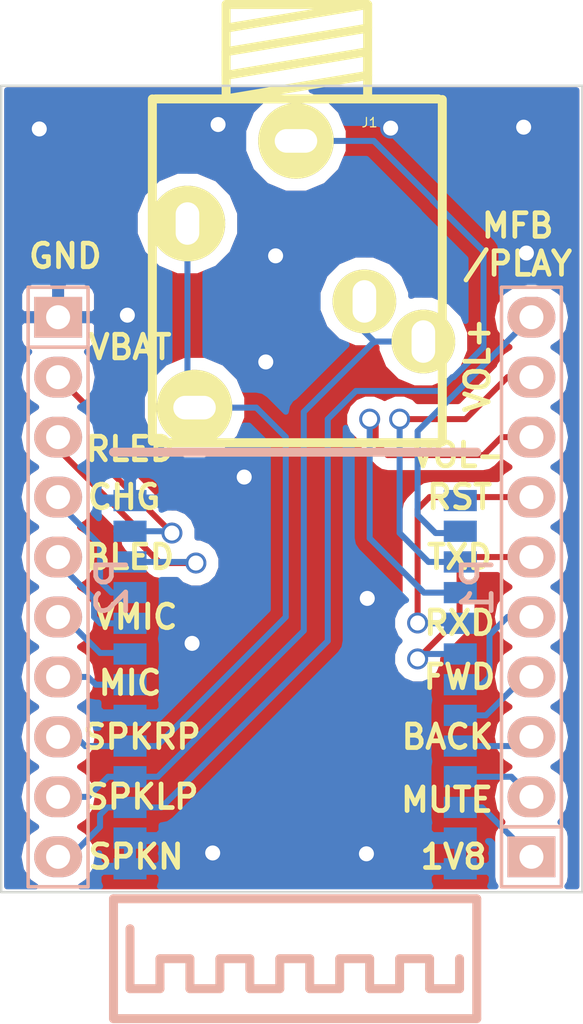
<source format=kicad_pcb>
(kicad_pcb (version 4) (host pcbnew 0.201511221031+6327~38~ubuntu14.04.1-stable)

  (general
    (links 30)
    (no_connects 0)
    (area 183.718999 131.013999 208.457001 165.277001)
    (thickness 1.6)
    (drawings 24)
    (tracks 193)
    (zones 0)
    (modules 4)
    (nets 21)
  )

  (page A3)
  (layers
    (0 F.Cu signal)
    (31 B.Cu signal)
    (32 B.Adhes user)
    (33 F.Adhes user)
    (34 B.Paste user)
    (35 F.Paste user)
    (36 B.SilkS user)
    (37 F.SilkS user)
    (38 B.Mask user)
    (39 F.Mask user)
    (40 Dwgs.User user)
    (41 Cmts.User user)
    (42 Eco1.User user)
    (43 Eco2.User user)
    (44 Edge.Cuts user)
  )

  (setup
    (last_trace_width 0.254)
    (trace_clearance 0.254)
    (zone_clearance 0.508)
    (zone_45_only yes)
    (trace_min 0.254)
    (segment_width 0.2)
    (edge_width 0.1)
    (via_size 0.889)
    (via_drill 0.635)
    (via_min_size 0.889)
    (via_min_drill 0.508)
    (uvia_size 0.508)
    (uvia_drill 0.127)
    (uvias_allowed no)
    (uvia_min_size 0.508)
    (uvia_min_drill 0.127)
    (pcb_text_width 0.3)
    (pcb_text_size 1.5 1.5)
    (mod_edge_width 0.15)
    (mod_text_size 1 1)
    (mod_text_width 0.15)
    (pad_size 3.2004 3.2004)
    (pad_drill 1.30048)
    (pad_to_mask_clearance 0)
    (aux_axis_origin 0 0)
    (visible_elements FFFFFF3F)
    (pcbplotparams
      (layerselection 0x010f0_80000001)
      (usegerberextensions false)
      (excludeedgelayer false)
      (linewidth 0.150000)
      (plotframeref false)
      (viasonmask false)
      (mode 1)
      (useauxorigin false)
      (hpglpennumber 1)
      (hpglpenspeed 20)
      (hpglpendiameter 15)
      (hpglpenoverlay 2)
      (psnegative false)
      (psa4output false)
      (plotreference false)
      (plotvalue false)
      (plotinvisibletext false)
      (padsonsilk false)
      (subtractmaskfromsilk false)
      (outputformat 1)
      (mirror false)
      (drillshape 0)
      (scaleselection 1)
      (outputdirectory /home/nail/tmp/plot))
  )

  (net 0 "")
  (net 1 "Net-(J1-Pad1)")
  (net 2 "Net-(J1-Pad2)")
  (net 3 "Net-(J1-Pad4)")
  (net 4 "Net-(P1-Pad1)")
  (net 5 "Net-(P1-Pad2)")
  (net 6 "Net-(P1-Pad3)")
  (net 7 "Net-(P1-Pad4)")
  (net 8 "Net-(P1-Pad5)")
  (net 9 "Net-(P1-Pad6)")
  (net 10 "Net-(P1-Pad7)")
  (net 11 "Net-(P1-Pad8)")
  (net 12 "Net-(P1-Pad9)")
  (net 13 "Net-(P1-Pad10)")
  (net 14 "Net-(P2-Pad2)")
  (net 15 "Net-(P2-Pad3)")
  (net 16 "Net-(P2-Pad4)")
  (net 17 "Net-(P2-Pad5)")
  (net 18 "Net-(P2-Pad6)")
  (net 19 "Net-(P2-Pad7)")
  (net 20 GND)

  (net_class Default "This is the default net class."
    (clearance 0.254)
    (trace_width 0.254)
    (via_dia 0.889)
    (via_drill 0.635)
    (uvia_dia 0.508)
    (uvia_drill 0.127)
    (add_net GND)
    (add_net "Net-(J1-Pad1)")
    (add_net "Net-(J1-Pad2)")
    (add_net "Net-(J1-Pad4)")
    (add_net "Net-(P1-Pad1)")
    (add_net "Net-(P1-Pad10)")
    (add_net "Net-(P1-Pad2)")
    (add_net "Net-(P1-Pad3)")
    (add_net "Net-(P1-Pad4)")
    (add_net "Net-(P1-Pad5)")
    (add_net "Net-(P1-Pad6)")
    (add_net "Net-(P1-Pad7)")
    (add_net "Net-(P1-Pad8)")
    (add_net "Net-(P1-Pad9)")
    (add_net "Net-(P2-Pad2)")
    (add_net "Net-(P2-Pad3)")
    (add_net "Net-(P2-Pad4)")
    (add_net "Net-(P2-Pad5)")
    (add_net "Net-(P2-Pad6)")
    (add_net "Net-(P2-Pad7)")
  )

  (module my_modules:BLK-MD-SPK-B (layer B.Cu) (tedit 5652BDA1) (tstamp 547824E3)
    (at 187.96 170.5864)
    (path /54200037)
    (clearance 0.2)
    (fp_text reference U1 (at 7.62 12.7 90) (layer B.SilkS) hide
      (effects (font (thickness 0.3048)) (justify mirror))
    )
    (fp_text value BLK-MD-SPK-B (at 0 2.54) (layer B.SilkS) hide
      (effects (font (thickness 0.3048)) (justify mirror))
    )
    (fp_line (start 1.27 -3.81) (end 1.27 -1.27) (layer B.SilkS) (width 0.381))
    (fp_line (start 1.27 -1.27) (end 2.54 -1.27) (layer B.SilkS) (width 0.381))
    (fp_line (start 2.54 -1.27) (end 2.54 -2.54) (layer B.SilkS) (width 0.381))
    (fp_line (start 2.54 -2.54) (end 3.81 -2.54) (layer B.SilkS) (width 0.381))
    (fp_line (start 3.81 -2.54) (end 3.81 -1.27) (layer B.SilkS) (width 0.381))
    (fp_line (start 3.81 -1.27) (end 5.08 -1.27) (layer B.SilkS) (width 0.381))
    (fp_line (start 5.08 -1.27) (end 5.08 -2.54) (layer B.SilkS) (width 0.381))
    (fp_line (start 5.08 -2.54) (end 6.35 -2.54) (layer B.SilkS) (width 0.381))
    (fp_line (start 6.35 -2.54) (end 6.35 -1.27) (layer B.SilkS) (width 0.381))
    (fp_line (start 6.35 -1.27) (end 7.62 -1.27) (layer B.SilkS) (width 0.381))
    (fp_line (start 7.62 -1.27) (end 7.62 -2.54) (layer B.SilkS) (width 0.381))
    (fp_line (start 7.62 -2.54) (end 8.89 -2.54) (layer B.SilkS) (width 0.381))
    (fp_line (start 8.89 -2.54) (end 8.89 -1.27) (layer B.SilkS) (width 0.381))
    (fp_line (start 8.89 -1.27) (end 10.16 -1.27) (layer B.SilkS) (width 0.381))
    (fp_line (start 10.16 -1.27) (end 10.16 -2.54) (layer B.SilkS) (width 0.381))
    (fp_line (start 10.16 -2.54) (end 11.43 -2.54) (layer B.SilkS) (width 0.381))
    (fp_line (start 11.43 -2.54) (end 11.43 -1.27) (layer B.SilkS) (width 0.381))
    (fp_line (start 11.43 -1.27) (end 12.7 -1.27) (layer B.SilkS) (width 0.381))
    (fp_line (start 12.7 -1.27) (end 12.7 -2.54) (layer B.SilkS) (width 0.381))
    (fp_line (start 12.7 -2.54) (end 13.97 -2.54) (layer B.SilkS) (width 0.381))
    (fp_line (start 13.97 -2.54) (end 13.97 -1.27) (layer B.SilkS) (width 0.381))
    (fp_line (start 13.97 -1.27) (end 15.24 -1.27) (layer B.SilkS) (width 0.381))
    (fp_line (start 15.24 -1.27) (end 15.24 -2.54) (layer B.SilkS) (width 0.381))
    (fp_line (start 15.97 -5.08) (end 0.57 -5.08) (layer B.SilkS) (width 0.381))
    (fp_line (start 0.57 -24) (end 15.97 -24) (layer B.SilkS) (width 0.381))
    (fp_line (start 15.97 -5.08) (end 15.97 0) (layer B.SilkS) (width 0.381))
    (fp_line (start 15.97 0) (end 0.57 0) (layer B.SilkS) (width 0.381))
    (fp_line (start 0.57 0) (end 0.57 -5.08) (layer B.SilkS) (width 0.381))
    (pad 1 smd rect (at 1.27 -6.35 180) (size 1.4 0.9) (layers B.Cu B.Paste B.Mask)
      (net 20 GND))
    (pad 2 smd rect (at 1.27 -7.65 180) (size 1.4 0.9) (layers B.Cu B.Paste B.Mask)
      (net 20 GND))
    (pad 3 smd rect (at 1.27 -8.95 180) (size 1.4 0.9) (layers B.Cu B.Paste B.Mask)
      (net 1 "Net-(J1-Pad1)"))
    (pad 4 smd rect (at 1.27 -10.25 180) (size 1.4 0.9) (layers B.Cu B.Paste B.Mask)
      (net 2 "Net-(J1-Pad2)"))
    (pad 5 smd rect (at 1.27 -11.55 180) (size 1.4 0.9) (layers B.Cu B.Paste B.Mask)
      (net 3 "Net-(J1-Pad4)"))
    (pad 6 smd rect (at 1.27 -12.85 180) (size 1.4 0.9) (layers B.Cu B.Paste B.Mask)
      (net 20 GND))
    (pad 7 smd rect (at 1.27 -14.15 180) (size 1.4 0.9) (layers B.Cu B.Paste B.Mask)
      (net 19 "Net-(P2-Pad7)"))
    (pad 8 smd rect (at 1.27 -15.45 180) (size 1.4 0.9) (layers B.Cu B.Paste B.Mask)
      (net 18 "Net-(P2-Pad6)"))
    (pad 9 smd rect (at 1.27 -16.75 180) (size 1.4 0.9) (layers B.Cu B.Paste B.Mask)
      (net 17 "Net-(P2-Pad5)"))
    (pad 10 smd rect (at 1.27 -18.05 180) (size 1.4 0.9) (layers B.Cu B.Paste B.Mask)
      (net 16 "Net-(P2-Pad4)"))
    (pad 11 smd rect (at 1.27 -19.35 180) (size 1.4 0.9) (layers B.Cu B.Paste B.Mask)
      (net 15 "Net-(P2-Pad3)"))
    (pad 12 smd rect (at 1.27 -20.65 180) (size 1.4 0.9) (layers B.Cu B.Paste B.Mask)
      (net 14 "Net-(P2-Pad2)"))
    (pad 13 smd rect (at 1.27 -21.95 180) (size 1.4 0.9) (layers B.Cu B.Paste B.Mask)
      (net 20 GND))
    (pad 14 smd rect (at 15.27 -21.95 180) (size 1.4 0.9) (layers B.Cu B.Paste B.Mask))
    (pad 15 smd rect (at 15.27 -20.65 180) (size 1.4 0.9) (layers B.Cu B.Paste B.Mask)
      (net 13 "Net-(P1-Pad10)"))
    (pad 16 smd rect (at 15.27 -19.35 180) (size 1.4 0.9) (layers B.Cu B.Paste B.Mask)
      (net 12 "Net-(P1-Pad9)"))
    (pad 17 smd rect (at 15.27 -18.05 180) (size 1.4 0.9) (layers B.Cu B.Paste B.Mask)
      (net 11 "Net-(P1-Pad8)"))
    (pad 18 smd rect (at 15.27 -16.75 180) (size 1.4 0.9) (layers B.Cu B.Paste B.Mask)
      (net 10 "Net-(P1-Pad7)"))
    (pad 19 smd rect (at 15.27 -15.45 180) (size 1.4 0.9) (layers B.Cu B.Paste B.Mask)
      (net 9 "Net-(P1-Pad6)"))
    (pad 20 smd rect (at 15.27 -14.15 180) (size 1.4 0.9) (layers B.Cu B.Paste B.Mask)
      (net 8 "Net-(P1-Pad5)"))
    (pad 21 smd rect (at 15.27 -12.85 180) (size 1.4 0.9) (layers B.Cu B.Paste B.Mask)
      (net 7 "Net-(P1-Pad4)"))
    (pad 22 smd rect (at 15.27 -11.55 180) (size 1.4 0.9) (layers B.Cu B.Paste B.Mask)
      (net 6 "Net-(P1-Pad3)"))
    (pad 23 smd rect (at 15.27 -10.25 180) (size 1.4 0.9) (layers B.Cu B.Paste B.Mask)
      (net 5 "Net-(P1-Pad2)"))
    (pad 24 smd rect (at 15.27 -8.95 180) (size 1.4 0.9) (layers B.Cu B.Paste B.Mask)
      (net 4 "Net-(P1-Pad1)"))
    (pad 25 smd rect (at 15.27 -7.65 180) (size 1.4 0.9) (layers B.Cu B.Paste B.Mask)
      (net 20 GND))
    (pad 26 smd rect (at 15.27 -6.35 180) (size 1.4 0.9) (layers B.Cu B.Paste B.Mask)
      (net 20 GND))
  )

  (module Pin_Headers:Pin_Header_Straight_1x10 (layer B.Cu) (tedit 542400AB) (tstamp 547824B9)
    (at 186.182 152.2984 270)
    (descr "Through hole pin header")
    (tags "pin header")
    (path /542152BE)
    (fp_text reference P2 (at 0 -2.286 270) (layer B.SilkS)
      (effects (font (size 1.27 1.27) (thickness 0.2032)) (justify mirror))
    )
    (fp_text value CONNECTOR (at 0 0 270) (layer B.SilkS) hide
      (effects (font (size 1.27 1.27) (thickness 0.2032)) (justify mirror))
    )
    (fp_line (start -10.16 1.27) (end 12.7 1.27) (layer B.SilkS) (width 0.15))
    (fp_line (start 12.7 1.27) (end 12.7 -1.27) (layer B.SilkS) (width 0.15))
    (fp_line (start 12.7 -1.27) (end -10.16 -1.27) (layer B.SilkS) (width 0.15))
    (fp_line (start -12.7 1.27) (end -10.16 1.27) (layer B.SilkS) (width 0.15))
    (fp_line (start -10.16 1.27) (end -10.16 -1.27) (layer B.SilkS) (width 0.15))
    (fp_line (start -12.7 1.27) (end -12.7 -1.27) (layer B.SilkS) (width 0.15))
    (fp_line (start -12.7 -1.27) (end -10.16 -1.27) (layer B.SilkS) (width 0.15))
    (pad 1 thru_hole rect (at -11.43 0 270) (size 1.7272 2.032) (drill 1.016) (layers *.Cu *.Mask B.SilkS)
      (net 20 GND))
    (pad 2 thru_hole oval (at -8.89 0 270) (size 1.7272 2.032) (drill 1.016) (layers *.Cu *.Mask B.SilkS)
      (net 14 "Net-(P2-Pad2)"))
    (pad 3 thru_hole oval (at -6.35 0 270) (size 1.7272 2.032) (drill 1.016) (layers *.Cu *.Mask B.SilkS)
      (net 15 "Net-(P2-Pad3)"))
    (pad 4 thru_hole oval (at -3.81 0 270) (size 1.7272 2.032) (drill 1.016) (layers *.Cu *.Mask B.SilkS)
      (net 16 "Net-(P2-Pad4)"))
    (pad 5 thru_hole oval (at -1.27 0 270) (size 1.7272 2.032) (drill 1.016) (layers *.Cu *.Mask B.SilkS)
      (net 17 "Net-(P2-Pad5)"))
    (pad 6 thru_hole oval (at 1.27 0 270) (size 1.7272 2.032) (drill 1.016) (layers *.Cu *.Mask B.SilkS)
      (net 18 "Net-(P2-Pad6)"))
    (pad 7 thru_hole oval (at 3.81 0 270) (size 1.7272 2.032) (drill 1.016) (layers *.Cu *.Mask B.SilkS)
      (net 19 "Net-(P2-Pad7)"))
    (pad 8 thru_hole oval (at 6.35 0 270) (size 1.7272 2.032) (drill 1.016) (layers *.Cu *.Mask B.SilkS)
      (net 3 "Net-(J1-Pad4)"))
    (pad 9 thru_hole oval (at 8.89 0 270) (size 1.7272 2.032) (drill 1.016) (layers *.Cu *.Mask B.SilkS)
      (net 2 "Net-(J1-Pad2)"))
    (pad 10 thru_hole oval (at 11.43 0 270) (size 1.7272 2.032) (drill 1.016) (layers *.Cu *.Mask B.SilkS)
      (net 1 "Net-(J1-Pad1)"))
    (model Pin_Headers.3dshapes/Pin_Header_Straight_1x10.wrl
      (at (xyz 0 0 0))
      (scale (xyz 1 1 1))
      (rotate (xyz 0 0 0))
    )
  )

  (module Pin_Headers:Pin_Header_Straight_1x10 (layer B.Cu) (tedit 542400AB) (tstamp 547824A5)
    (at 206.248 152.2984 90)
    (descr "Through hole pin header")
    (tags "pin header")
    (path /54200046)
    (fp_text reference P1 (at 0 -2.286 90) (layer B.SilkS)
      (effects (font (size 1.27 1.27) (thickness 0.2032)) (justify mirror))
    )
    (fp_text value CONNECTOR (at 0 0 90) (layer B.SilkS) hide
      (effects (font (size 1.27 1.27) (thickness 0.2032)) (justify mirror))
    )
    (fp_line (start -10.16 1.27) (end 12.7 1.27) (layer B.SilkS) (width 0.15))
    (fp_line (start 12.7 1.27) (end 12.7 -1.27) (layer B.SilkS) (width 0.15))
    (fp_line (start 12.7 -1.27) (end -10.16 -1.27) (layer B.SilkS) (width 0.15))
    (fp_line (start -12.7 1.27) (end -10.16 1.27) (layer B.SilkS) (width 0.15))
    (fp_line (start -10.16 1.27) (end -10.16 -1.27) (layer B.SilkS) (width 0.15))
    (fp_line (start -12.7 1.27) (end -12.7 -1.27) (layer B.SilkS) (width 0.15))
    (fp_line (start -12.7 -1.27) (end -10.16 -1.27) (layer B.SilkS) (width 0.15))
    (pad 1 thru_hole rect (at -11.43 0 90) (size 1.7272 2.032) (drill 1.016) (layers *.Cu *.Mask B.SilkS)
      (net 4 "Net-(P1-Pad1)"))
    (pad 2 thru_hole oval (at -8.89 0 90) (size 1.7272 2.032) (drill 1.016) (layers *.Cu *.Mask B.SilkS)
      (net 5 "Net-(P1-Pad2)"))
    (pad 3 thru_hole oval (at -6.35 0 90) (size 1.7272 2.032) (drill 1.016) (layers *.Cu *.Mask B.SilkS)
      (net 6 "Net-(P1-Pad3)"))
    (pad 4 thru_hole oval (at -3.81 0 90) (size 1.7272 2.032) (drill 1.016) (layers *.Cu *.Mask B.SilkS)
      (net 7 "Net-(P1-Pad4)"))
    (pad 5 thru_hole oval (at -1.27 0 90) (size 1.7272 2.032) (drill 1.016) (layers *.Cu *.Mask B.SilkS)
      (net 8 "Net-(P1-Pad5)"))
    (pad 6 thru_hole oval (at 1.27 0 90) (size 1.7272 2.032) (drill 1.016) (layers *.Cu *.Mask B.SilkS)
      (net 9 "Net-(P1-Pad6)"))
    (pad 7 thru_hole oval (at 3.81 0 90) (size 1.7272 2.032) (drill 1.016) (layers *.Cu *.Mask B.SilkS)
      (net 10 "Net-(P1-Pad7)"))
    (pad 8 thru_hole oval (at 6.35 0 90) (size 1.7272 2.032) (drill 1.016) (layers *.Cu *.Mask B.SilkS)
      (net 11 "Net-(P1-Pad8)"))
    (pad 9 thru_hole oval (at 8.89 0 90) (size 1.7272 2.032) (drill 1.016) (layers *.Cu *.Mask B.SilkS)
      (net 12 "Net-(P1-Pad9)"))
    (pad 10 thru_hole oval (at 11.43 0 90) (size 1.7272 2.032) (drill 1.016) (layers *.Cu *.Mask B.SilkS)
      (net 13 "Net-(P1-Pad10)"))
    (model Pin_Headers/Pin_Header_Straight_1x10.wrl
      (at (xyz 0 0 0))
      (scale (xyz 1 1 1))
      (rotate (xyz 0 0 0))
    )
    (model Pin_Headers.3dshapes/Pin_Header_Straight_1x10.wrl
      (at (xyz 0 0 0))
      (scale (xyz 1 1 1))
      (rotate (xyz 0 0 0))
    )
  )

  (module jacks:SCJ-0354-5PU (layer F.Cu) (tedit 54D3618A) (tstamp 54D36087)
    (at 196.2658 131.699)
    (path /542131F5)
    (fp_text reference J1 (at 3.11912 0.92202) (layer F.SilkS)
      (effects (font (size 0.39878 0.39878) (thickness 0.0508)))
    )
    (fp_text value SCJ-0354-5PU (at 7.4549 6.9977 90) (layer F.SilkS) hide
      (effects (font (size 1.2 1.2) (thickness 0.3)))
    )
    (fp_line (start 3.03784 -0.07874) (end 3.03784 -4.07924) (layer F.SilkS) (width 0.381))
    (fp_line (start 3.03784 -4.07924) (end -2.96164 -4.07924) (layer F.SilkS) (width 0.381))
    (fp_line (start -2.96164 -4.07924) (end -2.96164 -0.07874) (layer F.SilkS) (width 0.381))
    (fp_line (start -2.96164 -0.07874) (end 3.03784 -1.0795) (layer F.SilkS) (width 0.381))
    (fp_line (start 3.03784 -1.0795) (end 3.03784 -2.07772) (layer F.SilkS) (width 0.381))
    (fp_line (start 3.03784 -2.07772) (end -2.96164 -1.0795) (layer F.SilkS) (width 0.381))
    (fp_line (start -2.96164 -1.0795) (end -2.96164 -2.07772) (layer F.SilkS) (width 0.381))
    (fp_line (start -2.96164 -2.07772) (end 3.03784 -3.07848) (layer F.SilkS) (width 0.381))
    (fp_line (start 3.03784 -3.07848) (end 3.03784 -4.07924) (layer F.SilkS) (width 0.381))
    (fp_line (start 3.03784 -4.07924) (end -2.96164 -3.07848) (layer F.SilkS) (width 0.381))
    (fp_line (start -5.96138 -0.07874) (end 6.03758 -0.07874) (layer F.SilkS) (width 0.381))
    (fp_line (start 6.20268 -0.05334) (end 6.20268 14.44752) (layer F.SilkS) (width 0.381))
    (fp_line (start 6.11378 14.48562) (end -5.88518 14.48562) (layer F.SilkS) (width 0.381))
    (fp_line (start -6.08838 14.42212) (end -6.08838 -0.07874) (layer F.SilkS) (width 0.381))
    (pad 1 thru_hole circle (at 0 1.7) (size 3.2004 3.2004) (drill oval 1.8 1) (layers *.Cu *.Mask F.SilkS)
      (net 1 "Net-(J1-Pad1)"))
    (pad 5 thru_hole circle (at -4.6 5.2) (size 3.2004 3.2004) (drill oval 1 1.8) (layers *.Cu *.Mask F.SilkS)
      (net 3 "Net-(J1-Pad4)"))
    (pad 4 thru_hole circle (at -4.3 13) (size 3.2004 3.2004) (drill oval 1.8 1) (layers *.Cu *.Mask F.SilkS)
      (net 3 "Net-(J1-Pad4)"))
    (pad 3 thru_hole circle (at 2.9 8.5) (size 2.7 2.7) (drill oval 1 1.8) (layers *.Cu *.Mask F.SilkS)
      (net 2 "Net-(J1-Pad2)"))
    (pad 2 thru_hole circle (at 5.4 10.2) (size 2.7 2.7) (drill oval 1 1.8) (layers *.Cu *.Mask F.SilkS)
      (net 2 "Net-(J1-Pad2)"))
  )

  (gr_line (start 183.769 165.227) (end 208.407 165.227) (angle 90) (layer Edge.Cuts) (width 0.1))
  (gr_line (start 183.769 131.064) (end 183.769 165.227) (angle 90) (layer Edge.Cuts) (width 0.1))
  (gr_line (start 208.407 131.064) (end 183.769 131.064) (angle 90) (layer Edge.Cuts) (width 0.1))
  (gr_line (start 208.407 165.227) (end 208.407 131.064) (angle 90) (layer Edge.Cuts) (width 0.1))
  (gr_text GND (at 186.4868 138.2776) (layer F.SilkS) (tstamp 547825EA)
    (effects (font (size 1 1) (thickness 0.2)))
  )
  (gr_text VBAT (at 189.23 142.1384) (layer F.SilkS) (tstamp 547825E9)
    (effects (font (size 1 1) (thickness 0.2)))
  )
  (gr_text RLED (at 189.23 146.4564) (layer F.SilkS) (tstamp 547825E8)
    (effects (font (size 1 1) (thickness 0.2)))
  )
  (gr_text CHG (at 188.976 148.4884) (layer F.SilkS) (tstamp 547825E7)
    (effects (font (size 1 1) (thickness 0.2)))
  )
  (gr_text BLED (at 189.23 151.0284) (layer F.SilkS) (tstamp 547825E6)
    (effects (font (size 1 1) (thickness 0.2)))
  )
  (gr_text VMIC (at 189.484 153.5684) (layer F.SilkS) (tstamp 547825E5)
    (effects (font (size 1 1) (thickness 0.2)))
  )
  (gr_text MIC (at 189.23 156.3624) (layer F.SilkS) (tstamp 547825E4)
    (effects (font (size 1 1) (thickness 0.2)))
  )
  (gr_text SPKRP (at 189.738 158.6484) (layer F.SilkS) (tstamp 547825E3)
    (effects (font (size 1 1) (thickness 0.2)))
  )
  (gr_text SPKLP (at 189.738 161.1884) (layer F.SilkS) (tstamp 547825E2)
    (effects (font (size 1 1) (thickness 0.2)))
  )
  (gr_text SPKN (at 189.484 163.7284) (layer F.SilkS) (tstamp 547825E1)
    (effects (font (size 1 1) (thickness 0.2)))
  )
  (gr_text 1V8 (at 202.946 163.7284) (layer F.SilkS) (tstamp 547825E0)
    (effects (font (size 1 1) (thickness 0.2)))
  )
  (gr_text MUTE (at 202.6666 161.3154) (layer F.SilkS) (tstamp 547825DF)
    (effects (font (size 1 1) (thickness 0.2)))
  )
  (gr_text BACK (at 202.692 158.6484) (layer F.SilkS) (tstamp 547825DE)
    (effects (font (size 1 1) (thickness 0.2)))
  )
  (gr_text FWD (at 203.2 156.1084) (layer F.SilkS) (tstamp 547825DD)
    (effects (font (size 1 1) (thickness 0.2)))
  )
  (gr_text RXD (at 203.2 153.8224) (layer F.SilkS) (tstamp 547825DC)
    (effects (font (size 1 1) (thickness 0.2)))
  )
  (gr_text TXD (at 203.2 151.0284) (layer F.SilkS) (tstamp 547825DB)
    (effects (font (size 1 1) (thickness 0.2)))
  )
  (gr_text RST (at 203.2 148.4884) (layer F.SilkS) (tstamp 547825DA)
    (effects (font (size 1 1) (thickness 0.2)))
  )
  (gr_text VOL- (at 203.2 146.7104) (layer F.SilkS) (tstamp 547825D9)
    (effects (font (size 1 1) (thickness 0.2)))
  )
  (gr_text VOL+ (at 203.962 142.9004 90) (layer F.SilkS) (tstamp 547825D8)
    (effects (font (size 1 1) (thickness 0.2)))
  )
  (gr_text "MFB\n/PLAY" (at 205.6638 137.795) (layer F.SilkS) (tstamp 547825D7)
    (effects (font (size 1 1) (thickness 0.2)))
  )

  (segment (start 202.057 135.9154) (end 202.057 135.89) (width 0.254) (layer B.Cu) (net 1))
  (segment (start 199.566 133.399) (end 196.2658 133.399) (width 0.254) (layer B.Cu) (net 1) (tstamp 54D36111))
  (segment (start 202.057 135.89) (end 199.566 133.399) (width 0.254) (layer B.Cu) (net 1) (tstamp 54D36110))
  (segment (start 185.928 163.7284) (end 186.69 163.7284) (width 0.254) (layer B.Cu) (net 1) (tstamp 5478251C))
  (segment (start 186.69 163.7284) (end 187.96 162.4584) (width 0.254) (layer B.Cu) (net 1) (tstamp 5478251D))
  (segment (start 187.96 162.4584) (end 187.96 161.9504) (width 0.254) (layer B.Cu) (net 1) (tstamp 5478251E))
  (segment (start 187.96 161.9504) (end 188.274 161.6364) (width 0.254) (layer B.Cu) (net 1) (tstamp 5478251F))
  (segment (start 188.274 161.6364) (end 189.23 161.6364) (width 0.254) (layer B.Cu) (net 1) (tstamp 54782520))
  (segment (start 190.5 161.6364) (end 190.56 161.6364) (width 0.254) (layer B.Cu) (net 1) (tstamp 54782521))
  (segment (start 190.56 161.6364) (end 197.612 154.5844) (width 0.254) (layer B.Cu) (net 1) (tstamp 54782522))
  (segment (start 197.612 154.5844) (end 197.612 145.1864) (width 0.254) (layer B.Cu) (net 1) (tstamp 54782523))
  (segment (start 204.216 138.0744) (end 204.216 142.1384) (width 0.254) (layer B.Cu) (net 1) (tstamp 5478252B))
  (segment (start 204.216 142.1384) (end 202.946 143.4084) (width 0.254) (layer B.Cu) (net 1) (tstamp 5478252C))
  (segment (start 190.5 161.6364) (end 189.23 161.6364) (width 0.254) (layer B.Cu) (net 1) (tstamp 5478252D))
  (segment (start 189.17 161.6964) (end 189.23 161.6364) (width 0.254) (layer B.Cu) (net 1) (tstamp 5478252E))
  (segment (start 202.946 143.4084) (end 202.8952 143.4084) (width 0.254) (layer B.Cu) (net 1))
  (segment (start 202.8952 143.4084) (end 202.311 143.9926) (width 0.254) (layer B.Cu) (net 1) (tstamp 54D360B4))
  (segment (start 202.311 143.9926) (end 198.8058 143.9926) (width 0.254) (layer B.Cu) (net 1) (tstamp 54D360B5))
  (segment (start 198.8058 143.9926) (end 197.612 145.1864) (width 0.254) (layer B.Cu) (net 1) (tstamp 54D360B6))
  (segment (start 202.057 135.9154) (end 204.216 138.0744) (width 0.254) (layer B.Cu) (net 1) (tstamp 54D360C5))
  (segment (start 196.2658 133.399) (end 197.28 133.399) (width 0.254) (layer B.Cu) (net 1))
  (segment (start 199.6294 141.899) (end 201.6658 141.899) (width 0.254) (layer B.Cu) (net 2) (tstamp 54D36132))
  (segment (start 199.6059 141.9225) (end 199.6294 141.899) (width 0.254) (layer B.Cu) (net 2) (tstamp 54D3614A))
  (segment (start 185.928 161.1884) (end 187.452 161.1884) (width 0.254) (layer B.Cu) (net 2) (tstamp 5478253B))
  (segment (start 187.452 161.1884) (end 188.304 160.3364) (width 0.254) (layer B.Cu) (net 2) (tstamp 5478253C))
  (segment (start 188.304 160.3364) (end 189.23 160.3364) (width 0.254) (layer B.Cu) (net 2) (tstamp 5478253D))
  (segment (start 188.558 160.3364) (end 189.23 160.3364) (width 0.254) (layer B.Cu) (net 2) (tstamp 5478253E))
  (segment (start 196.596 154.1504) (end 196.596 144.8816) (width 0.254) (layer B.Cu) (net 2) (tstamp 54782543))
  (segment (start 189.23 160.3364) (end 190.41 160.3364) (width 0.254) (layer B.Cu) (net 2) (tstamp 54782541))
  (segment (start 190.41 160.3364) (end 196.596 154.1504) (width 0.254) (layer B.Cu) (net 2) (tstamp 54782544))
  (segment (start 199.1658 140.199) (end 199.9658 140.199) (width 0.254) (layer B.Cu) (net 2))
  (segment (start 199.1658 140.199) (end 198.9799 140.199) (width 0.254) (layer B.Cu) (net 2))
  (segment (start 199.5551 141.9225) (end 196.596 144.8816) (width 0.254) (layer B.Cu) (net 2) (tstamp 54D3614C))
  (segment (start 199.6059 141.9225) (end 199.5551 141.9225) (width 0.254) (layer B.Cu) (net 2))
  (segment (start 199.1658 141.4824) (end 199.6059 141.9225) (width 0.254) (layer B.Cu) (net 2) (tstamp 54D36150))
  (segment (start 199.1658 140.199) (end 199.1658 141.4824) (width 0.254) (layer B.Cu) (net 2))
  (segment (start 185.928 158.6484) (end 186.944 158.6484) (width 0.254) (layer B.Cu) (net 3) (tstamp 5478252F))
  (segment (start 186.944 158.6484) (end 187.332 159.0364) (width 0.254) (layer B.Cu) (net 3) (tstamp 54782530))
  (segment (start 187.332 159.0364) (end 189.23 159.0364) (width 0.254) (layer B.Cu) (net 3) (tstamp 54782531))
  (segment (start 188.588 159.0364) (end 189.23 159.0364) (width 0.254) (layer B.Cu) (net 3) (tstamp 54782532))
  (segment (start 190.366 159.0364) (end 195.834 153.5684) (width 0.254) (layer B.Cu) (net 3) (tstamp 54782534))
  (segment (start 189.23 159.0364) (end 190.366 159.0364) (width 0.254) (layer B.Cu) (net 3) (tstamp 54782533))
  (segment (start 195.834 153.5684) (end 195.834 145.9484) (width 0.254) (layer B.Cu) (net 3) (tstamp 54782537))
  (segment (start 191.516 144.4625) (end 191.74968 144.22882) (width 0.254) (layer B.Cu) (net 3) (tstamp 54782539))
  (segment (start 189.11 159.1564) (end 189.23 159.0364) (width 0.254) (layer B.Cu) (net 3) (tstamp 5478253A))
  (segment (start 191.6658 144.399) (end 191.9658 144.699) (width 0.254) (layer B.Cu) (net 3) (tstamp 54D360CA))
  (segment (start 191.6658 136.899) (end 191.6658 144.399) (width 0.254) (layer B.Cu) (net 3))
  (segment (start 194.5846 144.699) (end 195.834 145.9484) (width 0.254) (layer B.Cu) (net 3) (tstamp 54D360CE))
  (segment (start 191.9658 144.699) (end 194.5846 144.699) (width 0.254) (layer B.Cu) (net 3))
  (segment (start 204.156 161.6364) (end 206.248 163.7284) (width 0.254) (layer B.Cu) (net 4) (tstamp 54782546))
  (segment (start 203.23 161.6364) (end 204.156 161.6364) (width 0.254) (layer B.Cu) (net 4) (tstamp 54782547))
  (segment (start 205.396 160.3364) (end 206.248 161.1884) (width 0.254) (layer B.Cu) (net 5) (tstamp 54782548))
  (segment (start 203.23 160.3364) (end 205.396 160.3364) (width 0.254) (layer B.Cu) (net 5) (tstamp 54782549))
  (segment (start 205.86 159.0364) (end 206.248 158.6484) (width 0.254) (layer B.Cu) (net 6) (tstamp 5478254A))
  (segment (start 203.23 159.0364) (end 205.86 159.0364) (width 0.254) (layer B.Cu) (net 6) (tstamp 5478254B))
  (segment (start 204.32 157.7364) (end 205.948 156.1084) (width 0.254) (layer B.Cu) (net 7) (tstamp 5478254C))
  (segment (start 205.948 156.1084) (end 206.248 156.1084) (width 0.254) (layer B.Cu) (net 7) (tstamp 5478254D))
  (segment (start 203.23 157.7364) (end 204.32 157.7364) (width 0.254) (layer B.Cu) (net 7) (tstamp 5478254E))
  (segment (start 205.232 153.5684) (end 206.248 153.5684) (width 0.254) (layer B.Cu) (net 8) (tstamp 5478254F))
  (segment (start 203.23 156.4364) (end 204.142 156.4364) (width 0.254) (layer B.Cu) (net 8) (tstamp 54782550))
  (segment (start 204.47 154.3304) (end 205.232 153.5684) (width 0.254) (layer B.Cu) (net 8) (tstamp 54782551))
  (segment (start 204.47 156.1084) (end 204.47 154.3304) (width 0.254) (layer B.Cu) (net 8) (tstamp 54782552))
  (segment (start 204.142 156.4364) (end 204.47 156.1084) (width 0.254) (layer B.Cu) (net 8) (tstamp 54782553))
  (segment (start 206.248 151.0284) (end 203.454 151.0284) (width 0.254) (layer F.Cu) (net 9) (tstamp 54782554))
  (segment (start 203.2 153.5684) (end 201.422 155.3464) (width 0.254) (layer F.Cu) (net 9) (tstamp 54782555))
  (segment (start 203.2 151.2824) (end 203.2 153.5684) (width 0.254) (layer F.Cu) (net 9) (tstamp 54782556))
  (segment (start 203.454 151.0284) (end 203.2 151.2824) (width 0.254) (layer F.Cu) (net 9) (tstamp 54782557))
  (via (at 201.422 155.3464) (size 0.889) (layers F.Cu B.Cu) (net 9) (tstamp 54782558))
  (segment (start 201.422 155.3464) (end 201.632 155.1364) (width 0.254) (layer B.Cu) (net 9) (tstamp 54782559))
  (segment (start 201.632 155.1364) (end 203.23 155.1364) (width 0.254) (layer B.Cu) (net 9) (tstamp 5478255A))
  (segment (start 201.422 153.8224) (end 201.436 153.8364) (width 0.254) (layer B.Cu) (net 10) (tstamp 5478255E))
  (via (at 201.422 153.8224) (size 0.889) (layers F.Cu B.Cu) (net 10) (tstamp 5478255F))
  (segment (start 201.436 153.8364) (end 203.23 153.8364) (width 0.254) (layer B.Cu) (net 10) (tstamp 54782560))
  (segment (start 206.248 148.4884) (end 201.93 148.4884) (width 0.254) (layer F.Cu) (net 10) (tstamp 5478255B))
  (segment (start 201.93 148.4884) (end 201.422 148.9964) (width 0.254) (layer F.Cu) (net 10) (tstamp 5478255C))
  (segment (start 201.422 148.9964) (end 201.422 153.8224) (width 0.254) (layer F.Cu) (net 10) (tstamp 5478255D))
  (segment (start 204.978 145.9484) (end 206.248 145.9484) (width 0.254) (layer F.Cu) (net 11) (tstamp 54782561))
  (segment (start 203.23 152.5364) (end 201.692 152.5364) (width 0.254) (layer B.Cu) (net 11) (tstamp 54782564))
  (segment (start 199.39 145.1864) (end 199.644 145.4404) (width 0.254) (layer F.Cu) (net 11) (tstamp 54782568))
  (via (at 199.39 145.1864) (size 0.889) (layers F.Cu B.Cu) (net 11) (tstamp 54782569))
  (segment (start 199.39 150.2344) (end 199.39 145.1864) (width 0.254) (layer B.Cu) (net 11) (tstamp 5478256A))
  (segment (start 201.692 152.5364) (end 199.39 150.2344) (width 0.254) (layer B.Cu) (net 11) (tstamp 5478256B))
  (segment (start 204.216 146.7104) (end 204.978 145.9484) (width 0.254) (layer F.Cu) (net 11) (tstamp 54782562))
  (segment (start 203.2 146.7104) (end 204.216 146.7104) (width 0.254) (layer F.Cu) (net 11) (tstamp 54782563))
  (segment (start 200.152 146.7104) (end 203.2 146.7104) (width 0.254) (layer F.Cu) (net 11) (tstamp 54782565))
  (segment (start 199.644 146.2024) (end 200.152 146.7104) (width 0.254) (layer F.Cu) (net 11) (tstamp 54782566))
  (segment (start 199.644 145.4404) (end 199.644 146.2024) (width 0.254) (layer F.Cu) (net 11) (tstamp 54782567))
  (segment (start 205.232 143.4084) (end 206.248 143.4084) (width 0.254) (layer F.Cu) (net 12) (tstamp 5478256C))
  (segment (start 205.486 143.4084) (end 206.248 143.4084) (width 0.254) (layer F.Cu) (net 12) (tstamp 5478256D))
  (segment (start 205.486 143.4084) (end 206.248 143.4084) (width 0.254) (layer B.Cu) (net 12) (tstamp 5478256E))
  (segment (start 203.454 145.1864) (end 205.232 143.4084) (width 0.254) (layer F.Cu) (net 12) (tstamp 5478256F))
  (segment (start 203.23 151.2364) (end 201.884 151.2364) (width 0.254) (layer B.Cu) (net 12) (tstamp 54782570))
  (segment (start 200.66 145.1864) (end 203.454 145.1864) (width 0.254) (layer F.Cu) (net 12) (tstamp 54782571))
  (via (at 200.66 145.1864) (size 0.889) (layers F.Cu B.Cu) (net 12) (tstamp 54782572))
  (segment (start 200.66 150.0124) (end 200.66 145.1864) (width 0.254) (layer B.Cu) (net 12) (tstamp 54782573))
  (segment (start 201.884 151.2364) (end 200.66 150.0124) (width 0.254) (layer B.Cu) (net 12) (tstamp 54782574))
  (segment (start 202.184 150.0124) (end 203.154 150.0124) (width 0.254) (layer B.Cu) (net 13) (tstamp 54782575))
  (segment (start 203.154 150.0124) (end 203.23 149.9364) (width 0.254) (layer B.Cu) (net 13) (tstamp 54782576))
  (segment (start 206.248 140.8684) (end 201.422 145.6944) (width 0.254) (layer B.Cu) (net 13) (tstamp 54782577))
  (segment (start 201.422 149.2504) (end 202.184 150.0124) (width 0.254) (layer B.Cu) (net 13) (tstamp 54782578))
  (segment (start 201.422 145.6944) (end 201.422 149.2504) (width 0.254) (layer B.Cu) (net 13) (tstamp 54782579))
  (segment (start 190.932 149.9364) (end 189.23 149.9364) (width 0.254) (layer B.Cu) (net 14) (tstamp 5478257A))
  (segment (start 189.23 149.9364) (end 188.646 149.9364) (width 0.254) (layer B.Cu) (net 14) (tstamp 5478257B))
  (segment (start 185.928 143.4084) (end 186.182 143.4084) (width 0.254) (layer F.Cu) (net 14) (tstamp 5478257C))
  (segment (start 186.182 143.4084) (end 187.96 145.1864) (width 0.254) (layer F.Cu) (net 14) (tstamp 5478257D))
  (segment (start 191.008 150.0124) (end 190.932 149.9364) (width 0.254) (layer B.Cu) (net 14) (tstamp 5478257E))
  (via (at 191.008 150.0124) (size 0.889) (layers F.Cu B.Cu) (net 14) (tstamp 5478257F))
  (segment (start 187.96 146.9644) (end 191.008 150.0124) (width 0.254) (layer F.Cu) (net 14) (tstamp 54782580))
  (segment (start 187.96 145.1864) (end 187.96 146.9644) (width 0.254) (layer F.Cu) (net 14) (tstamp 54782581))
  (segment (start 185.928 143.4084) (end 186.436 143.4084) (width 0.254) (layer F.Cu) (net 14) (tstamp 54782582))
  (segment (start 189.23 151.2364) (end 191.978 151.2364) (width 0.254) (layer B.Cu) (net 15) (tstamp 54782583))
  (segment (start 185.928 145.9484) (end 185.928 146.2024) (width 0.254) (layer F.Cu) (net 15) (tstamp 54782588))
  (segment (start 185.928 146.2024) (end 189.484 149.7584) (width 0.254) (layer F.Cu) (net 15) (tstamp 54782589))
  (via (at 192.024 151.2824) (size 0.889) (layers F.Cu B.Cu) (net 15) (tstamp 54782584))
  (segment (start 191.978 151.2364) (end 192.024 151.2824) (width 0.254) (layer B.Cu) (net 15) (tstamp 54782585))
  (segment (start 192.024 151.2824) (end 190.5 151.2824) (width 0.254) (layer F.Cu) (net 15) (tstamp 54782586))
  (segment (start 190.5 151.2824) (end 189.484 150.2664) (width 0.254) (layer F.Cu) (net 15) (tstamp 54782587))
  (segment (start 189.484 149.7584) (end 189.484 150.2664) (width 0.254) (layer F.Cu) (net 15) (tstamp 5478258A))
  (segment (start 189.484 150.2664) (end 190.5 151.2824) (width 0.254) (layer F.Cu) (net 15) (tstamp 5478258B))
  (segment (start 186.944 149.5044) (end 187.96 150.5204) (width 0.254) (layer B.Cu) (net 16) (tstamp 5478258C))
  (segment (start 187.96 150.5204) (end 187.96 152.0444) (width 0.254) (layer B.Cu) (net 16) (tstamp 5478258D))
  (segment (start 186.944 149.5044) (end 185.928 148.4884) (width 0.254) (layer B.Cu) (net 16) (tstamp 5478258E))
  (segment (start 187.96 152.0444) (end 188.452 152.5364) (width 0.254) (layer B.Cu) (net 16) (tstamp 5478258F))
  (segment (start 189.23 152.5364) (end 188.452 152.5364) (width 0.254) (layer B.Cu) (net 16) (tstamp 54782590))
  (segment (start 189.214 152.5524) (end 189.23 152.5364) (width 0.254) (layer B.Cu) (net 16) (tstamp 54782591))
  (segment (start 185.928 151.0284) (end 187.706 152.8064) (width 0.254) (layer B.Cu) (net 17) (tstamp 54782592))
  (segment (start 185.928 151.0284) (end 186.436 151.0284) (width 0.254) (layer B.Cu) (net 17) (tstamp 54782593))
  (segment (start 187.706 152.8064) (end 187.706 153.0604) (width 0.254) (layer B.Cu) (net 17) (tstamp 54782594))
  (segment (start 187.706 153.5684) (end 187.706 153.0604) (width 0.254) (layer B.Cu) (net 17) (tstamp 54782595))
  (segment (start 187.974 153.8364) (end 189.23 153.8364) (width 0.254) (layer B.Cu) (net 17) (tstamp 54782596))
  (segment (start 187.706 153.5684) (end 187.974 153.8364) (width 0.254) (layer B.Cu) (net 17) (tstamp 54782597))
  (segment (start 189.216 153.8224) (end 189.23 153.8364) (width 0.254) (layer B.Cu) (net 17) (tstamp 54782598))
  (segment (start 187.96 155.0924) (end 189.186 155.0924) (width 0.254) (layer B.Cu) (net 18) (tstamp 54782599))
  (segment (start 189.186 155.0924) (end 189.23 155.1364) (width 0.254) (layer B.Cu) (net 18) (tstamp 5478259A))
  (segment (start 185.928 153.5684) (end 186.436 153.5684) (width 0.254) (layer B.Cu) (net 18) (tstamp 5478259B))
  (segment (start 186.436 153.5684) (end 187.96 155.0924) (width 0.254) (layer B.Cu) (net 18) (tstamp 5478259C))
  (segment (start 187.78 156.4364) (end 189.23 156.4364) (width 0.254) (layer B.Cu) (net 19) (tstamp 5478259D))
  (segment (start 189.23 156.4364) (end 188.394 156.4364) (width 0.254) (layer B.Cu) (net 19) (tstamp 5478259E))
  (segment (start 185.928 156.1084) (end 187.452 156.1084) (width 0.254) (layer B.Cu) (net 19) (tstamp 5478259F))
  (segment (start 187.452 156.1084) (end 187.78 156.4364) (width 0.254) (layer B.Cu) (net 19) (tstamp 547825A0))
  (segment (start 198.03364 142.91564) (end 198.03364 151.52624) (width 0.254) (layer F.Cu) (net 20) (tstamp 547825B0))
  (segment (start 198.03364 151.52624) (end 199.2884 152.781) (width 0.254) (layer F.Cu) (net 20) (tstamp 547825C5))
  (via (at 199.2884 152.781) (size 0.889) (layers F.Cu B.Cu) (net 20) (tstamp 547825C4))
  (segment (start 199.2884 152.781) (end 199.25284 152.81656) (width 0.254) (layer B.Cu) (net 20) (tstamp 547825C3))
  (segment (start 199.25284 152.81656) (end 199.25284 163.6014) (width 0.254) (layer B.Cu) (net 20) (tstamp 547825C2))
  (via (at 199.25284 163.6014) (size 0.889) (layers F.Cu B.Cu) (net 20) (tstamp 547825C1))
  (segment (start 199.25284 163.6014) (end 199.21728 163.56584) (width 0.254) (layer F.Cu) (net 20) (tstamp 547825C0))
  (segment (start 199.21728 163.56584) (end 192.7352 163.56584) (width 0.254) (layer F.Cu) (net 20) (tstamp 547825BF))
  (segment (start 194.98564 142.76324) (end 197.88124 142.76324) (width 0.254) (layer F.Cu) (net 20) (tstamp 547825BC))
  (via (at 192.9638 132.70484) (size 0.889) (layers F.Cu B.Cu) (net 20) (tstamp 547825BB))
  (segment (start 192.9638 132.70484) (end 192.69964 132.969) (width 0.254) (layer B.Cu) (net 20) (tstamp 547825BA))
  (segment (start 192.69964 132.969) (end 192.69964 134.2644) (width 0.254) (layer B.Cu) (net 20) (tstamp 547825B9))
  (segment (start 192.69964 134.2644) (end 195.4022 136.96696) (width 0.254) (layer B.Cu) (net 20) (tstamp 547825B8))
  (segment (start 195.4022 136.96696) (end 195.4022 138.26744) (width 0.254) (layer B.Cu) (net 20) (tstamp 547825B7))
  (via (at 195.4022 138.26744) (size 0.889) (layers F.Cu B.Cu) (net 20) (tstamp 547825B6))
  (segment (start 195.4022 138.26744) (end 194.98564 138.684) (width 0.254) (layer F.Cu) (net 20) (tstamp 547825B5))
  (segment (start 194.98564 138.684) (end 194.98564 142.76324) (width 0.254) (layer F.Cu) (net 20) (tstamp 547825B4))
  (via (at 194.98564 142.76324) (size 0.889) (layers F.Cu B.Cu) (net 20) (tstamp 547825B3))
  (segment (start 197.88124 142.76324) (end 198.03364 142.91564) (width 0.254) (layer F.Cu) (net 20) (tstamp 547825B1))
  (segment (start 192.7352 163.56584) (end 192.7352 155.55976) (width 0.254) (layer F.Cu) (net 20) (tstamp 547825A1))
  (segment (start 189.03188 140.8684) (end 186.182 140.8684) (width 0.254) (layer B.Cu) (net 20) (tstamp 547825A2))
  (segment (start 189.11824 140.78204) (end 189.03188 140.8684) (width 0.254) (layer B.Cu) (net 20) (tstamp 547825A3))
  (via (at 189.11824 140.78204) (size 0.889) (layers F.Cu B.Cu) (net 20) (tstamp 547825A4))
  (segment (start 189.1538 140.8176) (end 189.11824 140.78204) (width 0.254) (layer F.Cu) (net 20) (tstamp 547825A5))
  (segment (start 189.1538 145.65376) (end 189.1538 140.8176) (width 0.254) (layer F.Cu) (net 20) (tstamp 547825A6))
  (segment (start 191.25184 147.7518) (end 189.1538 145.65376) (width 0.254) (layer F.Cu) (net 20) (tstamp 547825A7))
  (segment (start 193.95948 147.7518) (end 191.25184 147.7518) (width 0.254) (layer F.Cu) (net 20) (tstamp 547825A8))
  (segment (start 194.07124 147.64004) (end 193.95948 147.7518) (width 0.254) (layer F.Cu) (net 20) (tstamp 547825A9))
  (via (at 194.07124 147.64004) (size 0.889) (layers F.Cu B.Cu) (net 20) (tstamp 547825AA))
  (segment (start 193.9544 147.75688) (end 194.07124 147.64004) (width 0.254) (layer B.Cu) (net 20) (tstamp 547825AB))
  (segment (start 193.9544 152.59304) (end 193.9544 147.75688) (width 0.254) (layer B.Cu) (net 20) (tstamp 547825AC))
  (segment (start 191.86144 154.686) (end 193.9544 152.59304) (width 0.254) (layer B.Cu) (net 20) (tstamp 547825AD))
  (via (at 191.86144 154.686) (size 0.889) (layers F.Cu B.Cu) (net 20) (tstamp 547825AE))
  (segment (start 192.7352 155.55976) (end 191.86144 154.686) (width 0.254) (layer F.Cu) (net 20) (tstamp 547825AF))
  (segment (start 192.7352 163.56584) (end 192.69964 163.56584) (width 0.254) (layer B.Cu) (net 20) (tstamp 547825BD))
  (via (at 192.7352 163.56584) (size 0.889) (layers F.Cu B.Cu) (net 20) (tstamp 547825BE))
  (segment (start 192.9638 132.70484) (end 192.9638 134.45236) (width 0.254) (layer F.Cu) (net 20) (tstamp 547825C6))
  (via (at 206.03464 138.1506) (size 0.889) (layers F.Cu B.Cu) (net 20) (tstamp 547825C7))
  (segment (start 206.03464 132.93344) (end 206.03464 138.1506) (width 0.254) (layer F.Cu) (net 20) (tstamp 547825C8))
  (segment (start 205.9178 132.8166) (end 206.03464 132.93344) (width 0.254) (layer F.Cu) (net 20) (tstamp 547825C9))
  (via (at 205.9178 132.8166) (size 0.889) (layers F.Cu B.Cu) (net 20) (tstamp 547825CA))
  (segment (start 200.31964 132.8166) (end 205.9178 132.8166) (width 0.254) (layer B.Cu) (net 20) (tstamp 547825CB))
  (segment (start 200.279 132.85724) (end 200.31964 132.8166) (width 0.254) (layer B.Cu) (net 20) (tstamp 547825CC))
  (via (at 200.279 132.85724) (size 0.889) (layers F.Cu B.Cu) (net 20) (tstamp 547825CD))
  (segment (start 200.279 134.6454) (end 200.279 132.85724) (width 0.254) (layer F.Cu) (net 20) (tstamp 547825CE))
  (segment (start 198.48576 136.43864) (end 200.279 134.6454) (width 0.254) (layer F.Cu) (net 20) (tstamp 547825CF))
  (segment (start 194.95008 136.43864) (end 198.48576 136.43864) (width 0.254) (layer F.Cu) (net 20) (tstamp 547825D0))
  (segment (start 192.9638 134.45236) (end 194.95008 136.43864) (width 0.254) (layer F.Cu) (net 20) (tstamp 547825D1))
  (segment (start 186.182 140.8684) (end 186.182 133.69036) (width 0.254) (layer B.Cu) (net 20) (tstamp 547825D2))
  (segment (start 186.182 133.69036) (end 185.38444 132.8928) (width 0.254) (layer B.Cu) (net 20) (tstamp 547825D3))
  (via (at 185.38444 132.8928) (size 0.889) (layers F.Cu B.Cu) (net 20) (tstamp 547825D4))
  (segment (start 185.38444 132.8928) (end 185.5724 132.70484) (width 0.254) (layer F.Cu) (net 20) (tstamp 547825D5))
  (segment (start 185.5724 132.70484) (end 192.9638 132.70484) (width 0.254) (layer F.Cu) (net 20) (tstamp 547825D6))

  (zone (net 20) (net_name GND) (layer B.Cu) (tstamp 547825EB) (hatch edge 0.508)
    (connect_pads (clearance 0.508))
    (min_thickness 0.254)
    (fill yes (mode segment) (arc_segments 16) (thermal_gap 0.508) (thermal_bridge_width 0.508))
    (polygon
      (pts
        (xy 186.24804 165.10508) (xy 208.28 165.10508) (xy 208.28 131.12496) (xy 183.896 131.12496) (xy 183.896 165.10508)
        (xy 186.24296 165.10508)
      )
    )
    (filled_polygon
      (pts
        (xy 203.454 141.028768) (xy 203.349582 140.776057) (xy 202.79168 140.217181) (xy 202.062373 139.914346) (xy 201.272691 139.913657)
        (xy 201.151005 139.963936) (xy 201.151143 139.805891) (xy 200.849582 139.076057) (xy 200.29168 138.517181) (xy 199.562373 138.214346)
        (xy 198.772691 138.213657) (xy 198.042857 138.515218) (xy 197.483981 139.07312) (xy 197.181146 139.802427) (xy 197.180457 140.592109)
        (xy 197.482018 141.321943) (xy 198.03992 141.880819) (xy 198.414437 142.036332) (xy 196.21028 144.240489) (xy 196.057185 144.342785)
        (xy 195.892004 144.589995) (xy 195.835796 144.872566) (xy 195.123415 144.160185) (xy 194.876205 143.995004) (xy 194.5846 143.937)
        (xy 194.069437 143.937) (xy 193.861815 143.434515) (xy 193.233592 142.805195) (xy 192.4278 142.4706) (xy 192.4278 139.002637)
        (xy 192.930285 138.795015) (xy 193.559605 138.166792) (xy 193.900611 137.345559) (xy 193.901387 136.456342) (xy 193.561815 135.634515)
        (xy 192.933592 135.005195) (xy 192.112359 134.664189) (xy 191.223142 134.663413) (xy 190.401315 135.002985) (xy 189.771995 135.631208)
        (xy 189.430989 136.452441) (xy 189.430213 137.341658) (xy 189.769785 138.163485) (xy 190.398008 138.792805) (xy 190.9038 139.002828)
        (xy 190.9038 142.719319) (xy 190.701315 142.802985) (xy 190.071995 143.431208) (xy 189.730989 144.252441) (xy 189.730213 145.141658)
        (xy 190.069785 145.963485) (xy 190.698008 146.592805) (xy 191.519241 146.933811) (xy 192.408458 146.934587) (xy 193.230285 146.595015)
        (xy 193.859605 145.966792) (xy 194.069628 145.461) (xy 194.268969 145.461) (xy 195.072 146.26403) (xy 195.072 153.252769)
        (xy 190.433809 157.890959) (xy 190.40625 157.8634) (xy 189.357 157.8634) (xy 189.357 157.8834) (xy 189.103 157.8834)
        (xy 189.103 157.8634) (xy 188.05375 157.8634) (xy 187.895 158.02215) (xy 187.895 158.060091) (xy 187.895 158.2744)
        (xy 187.790951 158.2744) (xy 187.751271 158.074911) (xy 187.426415 157.58873) (xy 187.111634 157.3784) (xy 187.426415 157.16807)
        (xy 187.458329 157.120306) (xy 187.488395 157.140396) (xy 187.78 157.1984) (xy 187.895 157.1984) (xy 187.895 157.412709)
        (xy 187.895 157.45065) (xy 188.05375 157.6094) (xy 189.103 157.6094) (xy 189.103 157.5894) (xy 189.357 157.5894)
        (xy 189.357 157.6094) (xy 190.40625 157.6094) (xy 190.565 157.45065) (xy 190.565 157.412709) (xy 190.565 157.16009)
        (xy 190.5364 157.091044) (xy 190.57744 156.8864) (xy 190.57744 155.9864) (xy 190.537994 155.783095) (xy 190.57744 155.5864)
        (xy 190.57744 154.6864) (xy 190.537994 154.483095) (xy 190.57744 154.2864) (xy 190.57744 153.3864) (xy 190.537994 153.183095)
        (xy 190.57744 152.9864) (xy 190.57744 152.0864) (xy 190.560366 151.9984) (xy 191.213438 151.9984) (xy 191.411714 152.197022)
        (xy 191.808332 152.361713) (xy 192.237784 152.362087) (xy 192.634689 152.198089) (xy 192.938622 151.894686) (xy 193.103313 151.498068)
        (xy 193.103687 151.068616) (xy 192.939689 150.671711) (xy 192.636286 150.367778) (xy 192.239668 150.203087) (xy 192.087334 150.202954)
        (xy 192.087687 149.798616) (xy 191.923689 149.401711) (xy 191.620286 149.097778) (xy 191.223668 148.933087) (xy 190.794216 148.932713)
        (xy 190.565 149.027423) (xy 190.565 148.960091) (xy 190.565 148.92215) (xy 190.565 148.35065) (xy 190.565 148.312709)
        (xy 190.565 148.06009) (xy 190.468327 147.826701) (xy 190.289698 147.648073) (xy 190.056309 147.5514) (xy 189.51575 147.5514)
        (xy 189.357 147.71015) (xy 189.357 148.5094) (xy 190.40625 148.5094) (xy 190.565 148.35065) (xy 190.565 148.92215)
        (xy 190.40625 148.7634) (xy 189.357 148.7634) (xy 189.357 148.7834) (xy 189.103 148.7834) (xy 189.103 148.7634)
        (xy 189.103 148.5094) (xy 189.103 147.71015) (xy 188.94425 147.5514) (xy 188.403691 147.5514) (xy 188.170302 147.648073)
        (xy 187.991673 147.826701) (xy 187.895 148.06009) (xy 187.895 148.312709) (xy 187.895 148.35065) (xy 188.05375 148.5094)
        (xy 189.103 148.5094) (xy 189.103 148.7634) (xy 188.05375 148.7634) (xy 187.895 148.92215) (xy 187.895 148.960091)
        (xy 187.895 149.21271) (xy 187.923599 149.281755) (xy 187.902783 149.385553) (xy 187.682316 149.165086) (xy 187.751271 149.061889)
        (xy 187.865345 148.4884) (xy 187.751271 147.914911) (xy 187.426415 147.42873) (xy 187.111634 147.2184) (xy 187.426415 147.00807)
        (xy 187.751271 146.521889) (xy 187.865345 145.9484) (xy 187.751271 145.374911) (xy 187.426415 144.88873) (xy 187.111634 144.6784)
        (xy 187.426415 144.46807) (xy 187.751271 143.981889) (xy 187.865345 143.4084) (xy 187.751271 142.834911) (xy 187.426415 142.34873)
        (xy 187.40422 142.3339) (xy 187.557699 142.270327) (xy 187.736327 142.091698) (xy 187.833 141.858309) (xy 187.833 141.15415)
        (xy 187.833 140.58265) (xy 187.833 139.878491) (xy 187.736327 139.645102) (xy 187.557699 139.466473) (xy 187.32431 139.3698)
        (xy 187.071691 139.3698) (xy 186.46775 139.3698) (xy 186.309 139.52855) (xy 186.309 140.7414) (xy 187.67425 140.7414)
        (xy 187.833 140.58265) (xy 187.833 141.15415) (xy 187.67425 140.9954) (xy 186.309 140.9954) (xy 186.309 141.0154)
        (xy 186.055 141.0154) (xy 186.055 140.9954) (xy 186.055 140.7414) (xy 186.055 139.52855) (xy 185.89625 139.3698)
        (xy 185.292309 139.3698) (xy 185.03969 139.3698) (xy 184.806301 139.466473) (xy 184.627673 139.645102) (xy 184.531 139.878491)
        (xy 184.531 140.58265) (xy 184.68975 140.7414) (xy 186.055 140.7414) (xy 186.055 140.9954) (xy 184.68975 140.9954)
        (xy 184.531 141.15415) (xy 184.531 141.858309) (xy 184.627673 142.091698) (xy 184.806301 142.270327) (xy 184.959779 142.3339)
        (xy 184.937585 142.34873) (xy 184.612729 142.834911) (xy 184.498655 143.4084) (xy 184.612729 143.981889) (xy 184.937585 144.46807)
        (xy 185.252365 144.6784) (xy 184.937585 144.88873) (xy 184.612729 145.374911) (xy 184.498655 145.9484) (xy 184.612729 146.521889)
        (xy 184.937585 147.00807) (xy 185.252365 147.2184) (xy 184.937585 147.42873) (xy 184.612729 147.914911) (xy 184.498655 148.4884)
        (xy 184.612729 149.061889) (xy 184.937585 149.54807) (xy 185.252365 149.7584) (xy 184.937585 149.96873) (xy 184.612729 150.454911)
        (xy 184.498655 151.0284) (xy 184.612729 151.601889) (xy 184.937585 152.08807) (xy 185.252365 152.2984) (xy 184.937585 152.50873)
        (xy 184.612729 152.994911) (xy 184.498655 153.5684) (xy 184.612729 154.141889) (xy 184.937585 154.62807) (xy 185.252365 154.8384)
        (xy 184.937585 155.04873) (xy 184.612729 155.534911) (xy 184.498655 156.1084) (xy 184.612729 156.681889) (xy 184.937585 157.16807)
        (xy 185.252365 157.3784) (xy 184.937585 157.58873) (xy 184.612729 158.074911) (xy 184.498655 158.6484) (xy 184.612729 159.221889)
        (xy 184.937585 159.70807) (xy 185.252365 159.9184) (xy 184.937585 160.12873) (xy 184.612729 160.614911) (xy 184.498655 161.1884)
        (xy 184.612729 161.761889) (xy 184.937585 162.24807) (xy 185.252365 162.4584) (xy 184.937585 162.66873) (xy 184.612729 163.154911)
        (xy 184.498655 163.7284) (xy 184.612729 164.301889) (xy 184.937585 164.78807) (xy 185.221954 164.97808) (xy 184.023 164.97808)
        (xy 184.023 131.25196) (xy 195.608841 131.25196) (xy 195.001315 131.502985) (xy 194.371995 132.131208) (xy 194.030989 132.952441)
        (xy 194.030213 133.841658) (xy 194.369785 134.663485) (xy 194.998008 135.292805) (xy 195.819241 135.633811) (xy 196.708458 135.634587)
        (xy 197.530285 135.295015) (xy 198.159605 134.666792) (xy 198.369628 134.161) (xy 199.25037 134.161) (xy 201.467037 136.377667)
        (xy 201.518185 136.454215) (xy 203.454 138.39003) (xy 203.454 141.028768)
      )
    )
    (filled_polygon
      (pts
        (xy 204.726101 164.97808) (xy 204.496501 164.97808) (xy 204.565 164.81271) (xy 204.565 164.560091) (xy 204.565 164.52215)
        (xy 204.40625 164.3634) (xy 203.357 164.3634) (xy 203.357 164.3834) (xy 203.103 164.3834) (xy 203.103 164.3634)
        (xy 203.103 164.1094) (xy 203.103 163.86265) (xy 203.103 163.31015) (xy 203.103 163.0634) (xy 202.05375 163.0634)
        (xy 201.895 163.22215) (xy 201.895 163.260091) (xy 201.895 163.51271) (xy 201.925523 163.5864) (xy 201.895 163.66009)
        (xy 201.895 163.912709) (xy 201.895 163.95065) (xy 202.05375 164.1094) (xy 203.103 164.1094) (xy 203.103 164.3634)
        (xy 202.05375 164.3634) (xy 201.895 164.52215) (xy 201.895 164.560091) (xy 201.895 164.81271) (xy 201.963498 164.97808)
        (xy 190.496501 164.97808) (xy 190.565 164.81271) (xy 190.565 164.560091) (xy 190.565 164.52215) (xy 190.565 163.95065)
        (xy 190.565 163.912709) (xy 190.565 163.66009) (xy 190.534476 163.5864) (xy 190.565 163.51271) (xy 190.565 163.260091)
        (xy 190.565 163.22215) (xy 190.40625 163.0634) (xy 189.357 163.0634) (xy 189.357 163.31015) (xy 189.357 163.86265)
        (xy 189.357 164.1094) (xy 190.40625 164.1094) (xy 190.565 163.95065) (xy 190.565 164.52215) (xy 190.40625 164.3634)
        (xy 189.357 164.3634) (xy 189.357 164.3834) (xy 189.103 164.3834) (xy 189.103 164.3634) (xy 188.05375 164.3634)
        (xy 187.895 164.52215) (xy 187.895 164.560091) (xy 187.895 164.81271) (xy 187.963498 164.97808) (xy 187.142045 164.97808)
        (xy 187.426415 164.78807) (xy 187.751271 164.301889) (xy 187.865345 163.7284) (xy 187.849133 163.646897) (xy 187.920868 163.575162)
        (xy 187.925523 163.5864) (xy 187.895 163.66009) (xy 187.895 163.912709) (xy 187.895 163.95065) (xy 188.05375 164.1094)
        (xy 189.103 164.1094) (xy 189.103 163.86265) (xy 189.103 163.31015) (xy 189.103 163.0634) (xy 189.083 163.0634)
        (xy 189.083 162.8094) (xy 189.103 162.8094) (xy 189.103 162.7894) (xy 189.357 162.7894) (xy 189.357 162.8094)
        (xy 190.40625 162.8094) (xy 190.565 162.65065) (xy 190.565 162.612709) (xy 190.565 162.397405) (xy 190.851604 162.340396)
        (xy 190.851605 162.340396) (xy 191.098815 162.175215) (xy 198.150815 155.123215) (xy 198.315996 154.876005) (xy 198.373999 154.5844)
        (xy 198.374 154.5844) (xy 198.374 145.554318) (xy 198.474311 145.797089) (xy 198.628 145.951046) (xy 198.628 150.2344)
        (xy 198.686004 150.526005) (xy 198.851185 150.773215) (xy 200.93399 152.85602) (xy 200.811311 152.906711) (xy 200.507378 153.210114)
        (xy 200.342687 153.606732) (xy 200.342313 154.036184) (xy 200.506311 154.433089) (xy 200.657355 154.584397) (xy 200.507378 154.734114)
        (xy 200.342687 155.130732) (xy 200.342313 155.560184) (xy 200.506311 155.957089) (xy 200.809714 156.261022) (xy 201.206332 156.425713)
        (xy 201.635784 156.426087) (xy 201.88256 156.324121) (xy 201.88256 156.8864) (xy 201.922005 157.089704) (xy 201.88256 157.2864)
        (xy 201.88256 158.1864) (xy 201.922005 158.389704) (xy 201.88256 158.5864) (xy 201.88256 159.4864) (xy 201.922005 159.689704)
        (xy 201.88256 159.8864) (xy 201.88256 160.7864) (xy 201.922005 160.989704) (xy 201.88256 161.1864) (xy 201.88256 162.0864)
        (xy 201.92269 162.293238) (xy 201.895 162.36009) (xy 201.895 162.612709) (xy 201.895 162.65065) (xy 202.05375 162.8094)
        (xy 203.103 162.8094) (xy 203.103 162.7894) (xy 203.357 162.7894) (xy 203.357 162.8094) (xy 203.377 162.8094)
        (xy 203.377 163.0634) (xy 203.357 163.0634) (xy 203.357 163.31015) (xy 203.357 163.86265) (xy 203.357 164.1094)
        (xy 204.40625 164.1094) (xy 204.565 163.95065) (xy 204.565 163.912709) (xy 204.565 163.66009) (xy 204.534476 163.5864)
        (xy 204.565 163.51271) (xy 204.565 163.260091) (xy 204.565 163.22215) (xy 204.406252 163.063402) (xy 204.505371 163.063402)
        (xy 204.58456 163.14259) (xy 204.58456 164.592) (xy 204.631537 164.834123) (xy 204.726101 164.97808)
      )
    )
    (filled_polygon
      (pts
        (xy 208.153 164.97808) (xy 207.769278 164.97808) (xy 207.861377 164.84164) (xy 207.91144 164.592) (xy 207.91144 162.8648)
        (xy 207.864463 162.622677) (xy 207.724673 162.409873) (xy 207.51364 162.267423) (xy 207.475037 162.259681) (xy 207.492415 162.24807)
        (xy 207.817271 161.761889) (xy 207.931345 161.1884) (xy 207.817271 160.614911) (xy 207.492415 160.12873) (xy 207.177634 159.9184)
        (xy 207.492415 159.70807) (xy 207.817271 159.221889) (xy 207.931345 158.6484) (xy 207.817271 158.074911) (xy 207.492415 157.58873)
        (xy 207.177634 157.3784) (xy 207.492415 157.16807) (xy 207.817271 156.681889) (xy 207.931345 156.1084) (xy 207.817271 155.534911)
        (xy 207.492415 155.04873) (xy 207.177634 154.8384) (xy 207.492415 154.62807) (xy 207.817271 154.141889) (xy 207.931345 153.5684)
        (xy 207.817271 152.994911) (xy 207.492415 152.50873) (xy 207.177634 152.2984) (xy 207.492415 152.08807) (xy 207.817271 151.601889)
        (xy 207.931345 151.0284) (xy 207.817271 150.454911) (xy 207.492415 149.96873) (xy 207.177634 149.7584) (xy 207.492415 149.54807)
        (xy 207.817271 149.061889) (xy 207.931345 148.4884) (xy 207.817271 147.914911) (xy 207.492415 147.42873) (xy 207.177634 147.2184)
        (xy 207.492415 147.00807) (xy 207.817271 146.521889) (xy 207.931345 145.9484) (xy 207.817271 145.374911) (xy 207.492415 144.88873)
        (xy 207.177634 144.6784) (xy 207.492415 144.46807) (xy 207.817271 143.981889) (xy 207.931345 143.4084) (xy 207.817271 142.834911)
        (xy 207.492415 142.34873) (xy 207.177634 142.1384) (xy 207.492415 141.92807) (xy 207.817271 141.441889) (xy 207.931345 140.8684)
        (xy 207.817271 140.294911) (xy 207.492415 139.80873) (xy 207.006234 139.483874) (xy 206.432745 139.3698) (xy 206.063255 139.3698)
        (xy 205.489766 139.483874) (xy 205.003585 139.80873) (xy 204.978 139.84702) (xy 204.978 138.0744) (xy 204.919996 137.782795)
        (xy 204.754815 137.535585) (xy 202.646962 135.427732) (xy 202.595815 135.351185) (xy 200.104815 132.860185) (xy 199.857605 132.695004)
        (xy 199.566 132.637) (xy 198.369437 132.637) (xy 198.161815 132.134515) (xy 197.533592 131.505195) (xy 196.923734 131.25196)
        (xy 208.153 131.25196) (xy 208.153 164.97808)
      )
    )
    (fill_segments
      (pts (xy 184.023 131.25196) (xy 195.608841 131.25196))
      (pts (xy 184.023 131.45516) (xy 195.11706 131.45516))
      (pts (xy 184.023 131.65836) (xy 194.845668 131.65836))
      (pts (xy 184.023 131.86156) (xy 194.642113 131.86156))
      (pts (xy 184.023 132.06476) (xy 194.438559 132.06476))
      (pts (xy 184.023 132.26796) (xy 194.31521 132.26796))
      (pts (xy 184.023 132.47116) (xy 194.230834 132.47116))
      (pts (xy 184.023 132.67436) (xy 194.146458 132.67436))
      (pts (xy 184.023 132.87756) (xy 194.062082 132.87756))
      (pts (xy 184.023 133.08076) (xy 194.030877 133.08076))
      (pts (xy 184.023 133.28396) (xy 194.030699 133.28396))
      (pts (xy 184.023 133.48716) (xy 194.030522 133.48716))
      (pts (xy 184.023 133.69036) (xy 194.030345 133.69036))
      (pts (xy 184.023 133.89356) (xy 194.051659 133.89356))
      (pts (xy 184.023 134.09676) (xy 194.135619 134.09676))
      (pts (xy 184.023 134.29996) (xy 194.21958 134.29996))
      (pts (xy 198.311927 134.29996) (xy 199.38933 134.29996))
      (pts (xy 184.023 134.50316) (xy 194.303541 134.50316))
      (pts (xy 198.227551 134.50316) (xy 199.59253 134.50316))
      (pts (xy 184.023 134.70636) (xy 191.119202 134.70636))
      (pts (xy 192.213917 134.70636) (xy 194.412586 134.70636))
      (pts (xy 198.119968 134.70636) (xy 199.79573 134.70636))
      (pts (xy 184.023 134.90956) (xy 190.62742 134.90956))
      (pts (xy 192.703277 134.90956) (xy 194.615432 134.90956))
      (pts (xy 197.916414 134.90956) (xy 199.99893 134.90956))
      (pts (xy 184.023 135.11276) (xy 190.291348 135.11276))
      (pts (xy 193.040969 135.11276) (xy 194.818277 135.11276))
      (pts (xy 197.712859 135.11276) (xy 200.20213 135.11276))
      (pts (xy 184.023 135.31596) (xy 190.087793 135.31596))
      (pts (xy 193.243815 135.31596) (xy 195.053772 135.31596))
      (pts (xy 197.479595 135.31596) (xy 200.40533 135.31596))
      (pts (xy 184.023 135.51916) (xy 189.884238 135.51916))
      (pts (xy 193.446661 135.51916) (xy 195.543131 135.51916))
      (pts (xy 196.987813 135.51916) (xy 200.60853 135.51916))
      (pts (xy 184.023 135.72236) (xy 189.734145 135.72236))
      (pts (xy 193.598111 135.72236) (xy 200.81173 135.72236))
      (pts (xy 184.023 135.92556) (xy 189.649769 135.92556))
      (pts (xy 193.682072 135.92556) (xy 201.01493 135.92556))
      (pts (xy 184.023 136.12876) (xy 189.565393 136.12876))
      (pts (xy 193.766032 136.12876) (xy 201.21813 136.12876))
      (pts (xy 184.023 136.33196) (xy 189.481017 136.33196))
      (pts (xy 193.849993 136.33196) (xy 201.42133 136.33196))
      (pts (xy 184.023 136.53516) (xy 189.430916 136.53516))
      (pts (xy 193.901319 136.53516) (xy 201.59913 136.53516))
      (pts (xy 184.023 136.73836) (xy 189.430739 136.73836))
      (pts (xy 193.901141 136.73836) (xy 201.80233 136.73836))
      (pts (xy 184.023 136.94156) (xy 189.430562 136.94156))
      (pts (xy 193.900964 136.94156) (xy 202.00553 136.94156))
      (pts (xy 184.023 137.14476) (xy 189.430384 137.14476))
      (pts (xy 193.900787 137.14476) (xy 202.20873 137.14476))
      (pts (xy 184.023 137.34796) (xy 189.432817 137.34796))
      (pts (xy 193.899615 137.34796) (xy 202.41193 137.34796))
      (pts (xy 184.023 137.55116) (xy 189.516778 137.55116))
      (pts (xy 193.815238 137.55116) (xy 202.61513 137.55116))
      (pts (xy 184.023 137.75436) (xy 189.600738 137.75436))
      (pts (xy 193.730862 137.75436) (xy 202.81833 137.75436))
      (pts (xy 184.023 137.95756) (xy 189.684699 137.95756))
      (pts (xy 193.646486 137.95756) (xy 203.02153 137.95756))
      (pts (xy 184.023 138.16076) (xy 189.76866 138.16076))
      (pts (xy 193.56211 138.16076) (xy 203.22473 138.16076))
      (pts (xy 184.023 138.36396) (xy 189.969911 138.36396))
      (pts (xy 193.362093 138.36396) (xy 198.408929 138.36396))
      (pts (xy 199.922683 138.36396) (xy 203.42793 138.36396))
      (pts (xy 184.023 138.56716) (xy 190.172757 138.56716))
      (pts (xy 193.158538 138.56716) (xy 197.990824 138.56716))
      (pts (xy 200.341571 138.56716) (xy 203.454 138.56716))
      (pts (xy 184.023 138.77036) (xy 190.375603 138.77036))
      (pts (xy 192.954984 138.77036) (xy 197.787269 138.77036))
      (pts (xy 200.544417 138.77036) (xy 203.454 138.77036))
      (pts (xy 184.023 138.97356) (xy 190.833315 138.97356))
      (pts (xy 192.498172 138.97356) (xy 197.583714 138.97356))
      (pts (xy 200.747263 138.97356) (xy 203.454 138.97356))
      (pts (xy 184.023 139.17676) (xy 190.9038 139.17676))
      (pts (xy 192.4278 139.17676) (xy 197.440945 139.17676))
      (pts (xy 200.891191 139.17676) (xy 203.454 139.17676))
      (pts (xy 184.023 139.37996) (xy 185.015161 139.37996))
      (pts (xy 185.90641 139.37996) (xy 186.45759 139.37996))
      (pts (xy 187.348838 139.37996) (xy 190.9038 139.37996))
      (pts (xy 192.4278 139.37996) (xy 197.356569 139.37996))
      (pts (xy 200.975152 139.37996) (xy 203.454 139.37996))
      (pts (xy 184.023 139.58316) (xy 184.689614 139.58316))
      (pts (xy 186.055 139.58316) (xy 186.309 139.58316))
      (pts (xy 187.674385 139.58316) (xy 190.9038 139.58316))
      (pts (xy 192.4278 139.58316) (xy 197.272193 139.58316))
      (pts (xy 201.059112 139.58316) (xy 203.454 139.58316))
      (pts (xy 184.023 139.78636) (xy 184.569161 139.78636))
      (pts (xy 186.055 139.78636) (xy 186.309 139.78636))
      (pts (xy 187.794838 139.78636) (xy 190.9038 139.78636))
      (pts (xy 192.4278 139.78636) (xy 197.187817 139.78636))
      (pts (xy 201.143072 139.78636) (xy 203.454 139.78636))
      (pts (xy 184.023 139.98956) (xy 184.531 139.98956))
      (pts (xy 186.055 139.98956) (xy 186.309 139.98956))
      (pts (xy 187.833 139.98956) (xy 190.9038 139.98956))
      (pts (xy 192.4278 139.98956) (xy 197.180982 139.98956))
      (pts (xy 202.243508 139.98956) (xy 203.454 139.98956))
      (pts (xy 184.023 140.19276) (xy 184.531 140.19276))
      (pts (xy 186.055 140.19276) (xy 186.309 140.19276))
      (pts (xy 187.833 140.19276) (xy 190.9038 140.19276))
      (pts (xy 192.4278 140.19276) (xy 197.180805 140.19276))
      (pts (xy 202.732867 140.19276) (xy 203.454 140.19276))
      (pts (xy 184.023 140.39596) (xy 184.531 140.39596))
      (pts (xy 186.055 140.39596) (xy 186.309 140.39596))
      (pts (xy 187.833 140.39596) (xy 190.9038 140.39596))
      (pts (xy 192.4278 140.39596) (xy 197.180628 140.39596))
      (pts (xy 202.970147 140.39596) (xy 203.454 140.39596))
      (pts (xy 184.023 140.59916) (xy 184.54751 140.59916))
      (pts (xy 186.055 140.59916) (xy 186.309 140.59916))
      (pts (xy 187.81649 140.59916) (xy 187.833 140.59916))
      (pts (xy 187.833 140.59916) (xy 190.9038 140.59916))
      (pts (xy 192.4278 140.59916) (xy 197.183371 140.59916))
      (pts (xy 203.172993 140.59916) (xy 203.454 140.59916))
      (pts (xy 184.023 140.80236) (xy 186.055 140.80236))
      (pts (xy 186.055 140.80236) (xy 187.833 140.80236))
      (pts (xy 187.833 140.80236) (xy 190.9038 140.80236))
      (pts (xy 192.4278 140.80236) (xy 197.267331 140.80236))
      (pts (xy 203.36045 140.80236) (xy 203.454 140.80236))
      (pts (xy 184.023 141.00556) (xy 184.67959 141.00556))
      (pts (xy 186.055 141.00556) (xy 186.309 141.00556))
      (pts (xy 187.68441 141.00556) (xy 187.833 141.00556))
      (pts (xy 187.833 141.00556) (xy 190.9038 141.00556))
      (pts (xy 192.4278 141.00556) (xy 197.351292 141.00556))
      (pts (xy 203.44441 141.00556) (xy 203.454 141.00556))
      (pts (xy 184.023 141.20876) (xy 184.531 141.20876))
      (pts (xy 187.833 141.20876) (xy 190.9038 141.20876))
      (pts (xy 192.4278 141.20876) (xy 197.435252 141.20876))
      (pts (xy 184.023 141.41196) (xy 184.531 141.41196))
      (pts (xy 187.833 141.41196) (xy 190.9038 141.41196))
      (pts (xy 192.4278 141.41196) (xy 197.571879 141.41196))
      (pts (xy 184.023 141.61516) (xy 184.531 141.61516))
      (pts (xy 187.833 141.61516) (xy 190.9038 141.61516))
      (pts (xy 192.4278 141.61516) (xy 197.774724 141.61516))
      (pts (xy 184.023 141.81836) (xy 184.531 141.81836))
      (pts (xy 187.833 141.81836) (xy 190.9038 141.81836))
      (pts (xy 192.4278 141.81836) (xy 197.97757 141.81836))
      (pts (xy 184.023 142.02156) (xy 184.598621 142.02156))
      (pts (xy 187.76538 142.02156) (xy 190.9038 142.02156))
      (pts (xy 192.4278 142.02156) (xy 198.378863 142.02156))
      (pts (xy 184.023 142.22476) (xy 184.760735 142.22476))
      (pts (xy 187.603266 142.22476) (xy 190.9038 142.22476))
      (pts (xy 192.4278 142.22476) (xy 198.226009 142.22476))
      (pts (xy 184.023 142.42796) (xy 184.884645 142.42796))
      (pts (xy 187.479354 142.42796) (xy 190.9038 142.42796))
      (pts (xy 192.4278 142.42796) (xy 198.022809 142.42796))
      (pts (xy 184.023 142.63116) (xy 184.748871 142.63116))
      (pts (xy 187.615128 142.63116) (xy 190.9038 142.63116))
      (pts (xy 192.81447 142.63116) (xy 197.819609 142.63116))
      (pts (xy 184.023 142.83436) (xy 184.613097 142.83436))
      (pts (xy 187.750902 142.83436) (xy 190.669885 142.83436))
      (pts (xy 193.262706 142.83436) (xy 197.616409 142.83436))
      (pts (xy 184.023 143.03756) (xy 184.572419 143.03756))
      (pts (xy 187.79158 143.03756) (xy 190.46633 143.03756))
      (pts (xy 193.465551 143.03756) (xy 197.413209 143.03756))
      (pts (xy 184.023 143.24076) (xy 184.532 143.24076))
      (pts (xy 187.831999 143.24076) (xy 190.262775 143.24076))
      (pts (xy 193.668397 143.24076) (xy 197.210009 143.24076))
      (pts (xy 184.023 143.44396) (xy 184.505729 143.44396))
      (pts (xy 187.858272 143.44396) (xy 190.066699 143.44396))
      (pts (xy 193.865717 143.44396) (xy 197.006809 143.44396))
      (pts (xy 184.023 143.64716) (xy 184.546148 143.64716))
      (pts (xy 187.817853 143.64716) (xy 189.982323 143.64716))
      (pts (xy 193.949677 143.64716) (xy 196.803609 143.64716))
      (pts (xy 184.023 143.85036) (xy 184.586567 143.85036))
      (pts (xy 187.777434 143.85036) (xy 189.897947 143.85036))
      (pts (xy 194.033638 143.85036) (xy 196.600409 143.85036))
      (pts (xy 184.023 144.05356) (xy 184.660619 144.05356))
      (pts (xy 187.703382 144.05356) (xy 189.813571 144.05356))
      (pts (xy 194.963839 144.05356) (xy 196.397209 144.05356))
      (pts (xy 184.023 144.25676) (xy 184.796393 144.25676))
      (pts (xy 187.567608 144.25676) (xy 189.730985 144.25676))
      (pts (xy 195.21999 144.25676) (xy 196.185929 144.25676))
      (pts (xy 184.023 144.45996) (xy 184.932167 144.45996))
      (pts (xy 187.431834 144.45996) (xy 189.730807 144.45996))
      (pts (xy 195.42319 144.45996) (xy 195.97889 144.45996))
      (pts (xy 184.023 144.66316) (xy 185.229557 144.66316))
      (pts (xy 187.134443 144.66316) (xy 189.73063 144.66316))
      (pts (xy 195.62639 144.66316) (xy 195.87745 144.66316))
      (pts (xy 184.023 144.86636) (xy 184.971063 144.86636))
      (pts (xy 187.392935 144.86636) (xy 189.730453 144.86636))
      (pts (xy 195.82959 144.86636) (xy 195.83703 144.86636))
      (pts (xy 184.023 145.06956) (xy 184.816758 145.06956))
      (pts (xy 187.547241 145.06956) (xy 189.730275 145.06956))
      (pts (xy 184.023 145.27276) (xy 184.680984 145.27276))
      (pts (xy 187.683015 145.27276) (xy 189.784384 145.27276))
      (pts (xy 184.023 145.47596) (xy 184.592629 145.47596))
      (pts (xy 187.77137 145.47596) (xy 189.868344 145.47596))
      (pts (xy 194.063417 145.47596) (xy 194.28393 145.47596))
      (pts (xy 184.023 145.67916) (xy 184.55221 145.67916))
      (pts (xy 187.811789 145.67916) (xy 189.952305 145.67916))
      (pts (xy 193.979041 145.67916) (xy 194.48713 145.67916))
      (pts (xy 184.023 145.88236) (xy 184.511791 145.88236))
      (pts (xy 187.852208 145.88236) (xy 190.036265 145.88236))
      (pts (xy 193.894665 145.88236) (xy 194.69033 145.88236))
      (pts (xy 184.023 146.08556) (xy 184.525938 146.08556))
      (pts (xy 187.838063 146.08556) (xy 190.191648 146.08556))
      (pts (xy 193.74063 146.08556) (xy 194.89353 146.08556))
      (pts (xy 184.023 146.28876) (xy 184.566357 146.28876))
      (pts (xy 187.797644 146.28876) (xy 190.394493 146.28876))
      (pts (xy 193.537075 146.28876) (xy 195.072 146.28876))
      (pts (xy 184.023 146.49196) (xy 184.606776 146.49196))
      (pts (xy 187.757225 146.49196) (xy 190.597339 146.49196))
      (pts (xy 193.33352 146.49196) (xy 195.072 146.49196))
      (pts (xy 184.023 146.69516) (xy 184.728506 146.69516))
      (pts (xy 187.635495 146.69516) (xy 190.944507 146.69516))
      (pts (xy 192.987916 146.69516) (xy 195.072 146.69516))
      (pts (xy 184.023 146.89836) (xy 184.86428 146.89836))
      (pts (xy 187.499721 146.89836) (xy 191.433866 146.89836))
      (pts (xy 192.496135 146.89836) (xy 195.072 146.89836))
      (pts (xy 184.023 147.10156) (xy 185.077503 147.10156))
      (pts (xy 187.286498 147.10156) (xy 195.072 147.10156))
      (pts (xy 184.023 147.30476) (xy 185.123118 147.30476))
      (pts (xy 187.24088 147.30476) (xy 195.072 147.30476))
      (pts (xy 184.023 147.50796) (xy 184.884645 147.50796))
      (pts (xy 187.479354 147.50796) (xy 195.072 147.50796))
      (pts (xy 184.023 147.71116) (xy 184.748871 147.71116))
      (pts (xy 187.615128 147.71116) (xy 188.107214 147.71116))
      (pts (xy 189.103 147.71116) (xy 189.357 147.71116))
      (pts (xy 190.352785 147.71116) (xy 195.072 147.71116))
      (pts (xy 184.023 147.91436) (xy 184.613097 147.91436))
      (pts (xy 187.750902 147.91436) (xy 187.955363 147.91436))
      (pts (xy 189.103 147.91436) (xy 189.357 147.91436))
      (pts (xy 190.504636 147.91436) (xy 195.072 147.91436))
      (pts (xy 184.023 148.11756) (xy 184.572419 148.11756))
      (pts (xy 187.79158 148.11756) (xy 187.895 148.11756))
      (pts (xy 189.103 148.11756) (xy 189.357 148.11756))
      (pts (xy 190.565 148.11756) (xy 195.072 148.11756))
      (pts (xy 184.023 148.32076) (xy 184.532 148.32076))
      (pts (xy 187.831999 148.32076) (xy 187.895 148.32076))
      (pts (xy 189.103 148.32076) (xy 189.357 148.32076))
      (pts (xy 190.565 148.32076) (xy 195.072 148.32076))
      (pts (xy 184.023 148.52396) (xy 184.505729 148.52396))
      (pts (xy 187.858272 148.52396) (xy 189.103 148.52396))
      (pts (xy 189.103 148.52396) (xy 190.565 148.52396))
      (pts (xy 190.565 148.52396) (xy 195.072 148.52396))
      (pts (xy 184.023 148.72716) (xy 184.546148 148.72716))
      (pts (xy 187.817853 148.72716) (xy 189.103 148.72716))
      (pts (xy 189.103 148.72716) (xy 190.565 148.72716))
      (pts (xy 190.565 148.72716) (xy 195.072 148.72716))
      (pts (xy 184.023 148.93036) (xy 184.586567 148.93036))
      (pts (xy 187.777434 148.93036) (xy 187.895 148.93036))
      (pts (xy 190.565 148.93036) (xy 195.072 148.93036))
      (pts (xy 184.023 149.13356) (xy 184.660619 149.13356))
      (pts (xy 187.703382 149.13356) (xy 187.895 149.13356))
      (pts (xy 191.656005 149.13356) (xy 195.072 149.13356))
      (pts (xy 184.023 149.33676) (xy 184.796393 149.33676))
      (pts (xy 187.85399 149.33676) (xy 187.912568 149.33676))
      (pts (xy 191.858851 149.33676) (xy 195.072 149.33676))
      (pts (xy 184.023 149.53996) (xy 184.932167 149.53996))
      (pts (xy 191.980812 149.53996) (xy 195.072 149.53996))
      (pts (xy 184.023 149.74316) (xy 185.229557 149.74316))
      (pts (xy 192.064773 149.74316) (xy 195.072 149.74316))
      (pts (xy 184.023 149.94636) (xy 184.971063 149.94636))
      (pts (xy 192.087559 149.94636) (xy 195.072 149.94636))
      (pts (xy 184.023 150.14956) (xy 184.816758 150.14956))
      (pts (xy 192.087381 150.14956) (xy 195.072 150.14956))
      (pts (xy 184.023 150.35276) (xy 184.680984 150.35276))
      (pts (xy 192.600118 150.35276) (xy 195.072 150.35276))
      (pts (xy 184.023 150.55596) (xy 184.592629 150.55596))
      (pts (xy 192.824139 150.55596) (xy 195.072 150.55596))
      (pts (xy 184.023 150.75916) (xy 184.55221 150.75916))
      (pts (xy 192.975822 150.75916) (xy 195.072 150.75916))
      (pts (xy 184.023 150.96236) (xy 184.511791 150.96236))
      (pts (xy 193.059782 150.96236) (xy 195.072 150.96236))
      (pts (xy 184.023 151.16556) (xy 184.525938 151.16556))
      (pts (xy 193.103603 151.16556) (xy 195.072 151.16556))
      (pts (xy 184.023 151.36876) (xy 184.566357 151.36876))
      (pts (xy 193.103426 151.36876) (xy 195.072 151.36876))
      (pts (xy 184.023 151.57196) (xy 184.606776 151.57196))
      (pts (xy 193.072631 151.57196) (xy 195.072 151.57196))
      (pts (xy 184.023 151.77516) (xy 184.728506 151.77516))
      (pts (xy 192.988254 151.77516) (xy 195.072 151.77516))
      (pts (xy 184.023 151.97836) (xy 184.86428 151.97836))
      (pts (xy 192.854802 151.97836) (xy 195.072 151.97836))
      (pts (xy 184.023 152.18156) (xy 185.077503 152.18156))
      (pts (xy 190.57744 152.18156) (xy 191.396279 152.18156))
      (pts (xy 192.651247 152.18156) (xy 195.072 152.18156))
      (pts (xy 184.023 152.38476) (xy 185.123118 152.38476))
      (pts (xy 190.57744 152.38476) (xy 195.072 152.38476))
      (pts (xy 184.023 152.58796) (xy 184.884645 152.58796))
      (pts (xy 190.57744 152.58796) (xy 195.072 152.58796))
      (pts (xy 184.023 152.79116) (xy 184.748871 152.79116))
      (pts (xy 190.57744 152.79116) (xy 195.072 152.79116))
      (pts (xy 184.023 152.99436) (xy 184.613097 152.99436))
      (pts (xy 190.575844 152.99436) (xy 195.072 152.99436))
      (pts (xy 184.023 153.19756) (xy 184.572419 153.19756))
      (pts (xy 190.5408 153.19756) (xy 195.072 153.19756))
      (pts (xy 184.023 153.40076) (xy 184.532 153.40076))
      (pts (xy 190.57744 153.40076) (xy 194.924008 153.40076))
      (pts (xy 184.023 153.60396) (xy 184.505729 153.60396))
      (pts (xy 190.57744 153.60396) (xy 194.720808 153.60396))
      (pts (xy 184.023 153.80716) (xy 184.546148 153.80716))
      (pts (xy 190.57744 153.80716) (xy 194.517608 153.80716))
      (pts (xy 184.023 154.01036) (xy 184.586567 154.01036))
      (pts (xy 190.57744 154.01036) (xy 194.314408 154.01036))
      (pts (xy 184.023 154.21356) (xy 184.660619 154.21356))
      (pts (xy 190.57744 154.21356) (xy 194.111208 154.21356))
      (pts (xy 184.023 154.41676) (xy 184.796393 154.41676))
      (pts (xy 190.551298 154.41676) (xy 193.908008 154.41676))
      (pts (xy 184.023 154.61996) (xy 184.932167 154.61996))
      (pts (xy 190.564549 154.61996) (xy 193.704808 154.61996))
      (pts (xy 184.023 154.82316) (xy 185.229557 154.82316))
      (pts (xy 190.57744 154.82316) (xy 193.501608 154.82316))
      (pts (xy 184.023 155.02636) (xy 184.971063 155.02636))
      (pts (xy 190.57744 155.02636) (xy 193.298408 155.02636))
      (pts (xy 184.023 155.22956) (xy 184.816758 155.22956))
      (pts (xy 190.57744 155.22956) (xy 193.095208 155.22956))
      (pts (xy 184.023 155.43276) (xy 184.680984 155.43276))
      (pts (xy 190.57744 155.43276) (xy 192.892008 155.43276))
      (pts (xy 184.023 155.63596) (xy 184.592629 155.63596))
      (pts (xy 190.567502 155.63596) (xy 192.688808 155.63596))
      (pts (xy 184.023 155.83916) (xy 184.55221 155.83916))
      (pts (xy 190.548871 155.83916) (xy 192.485608 155.83916))
      (pts (xy 184.023 156.04236) (xy 184.511791 156.04236))
      (pts (xy 190.57744 156.04236) (xy 192.282408 156.04236))
      (pts (xy 184.023 156.24556) (xy 184.525938 156.24556))
      (pts (xy 190.57744 156.24556) (xy 192.079208 156.24556))
      (pts (xy 184.023 156.44876) (xy 184.566357 156.44876))
      (pts (xy 190.57744 156.44876) (xy 191.876008 156.44876))
      (pts (xy 184.023 156.65196) (xy 184.606776 156.65196))
      (pts (xy 190.57744 156.65196) (xy 191.672808 156.65196))
      (pts (xy 184.023 156.85516) (xy 184.728506 156.85516))
      (pts (xy 190.57744 156.85516) (xy 191.469608 156.85516))
      (pts (xy 184.023 157.05836) (xy 184.86428 157.05836))
      (pts (xy 190.542955 157.05836) (xy 191.266408 157.05836))
      (pts (xy 184.023 157.26156) (xy 185.077503 157.26156))
      (pts (xy 187.286498 157.26156) (xy 187.895 157.26156))
      (pts (xy 190.565 157.26156) (xy 191.063208 157.26156))
      (pts (xy 184.023 157.46476) (xy 185.123118 157.46476))
      (pts (xy 187.24088 157.46476) (xy 187.90911 157.46476))
      (pts (xy 190.55089 157.46476) (xy 190.860008 157.46476))
      (pts (xy 184.023 157.66796) (xy 184.884645 157.66796))
      (pts (xy 187.479354 157.66796) (xy 190.656808 157.66796))
      (pts (xy 184.023 157.87116) (xy 184.748871 157.87116))
      (pts (xy 187.615128 157.87116) (xy 188.04599 157.87116))
      (pts (xy 189.103 157.87116) (xy 189.357 157.87116))
      (pts (xy 190.41401 157.87116) (xy 190.453608 157.87116))
      (pts (xy 184.023 158.07436) (xy 184.613097 158.07436))
      (pts (xy 187.750902 158.07436) (xy 187.895 158.07436))
      (pts (xy 184.023 158.27756) (xy 184.572419 158.27756))
      (pts (xy 184.023 158.48076) (xy 184.532 158.48076))
      (pts (xy 184.023 158.68396) (xy 184.505729 158.68396))
      (pts (xy 184.023 158.88716) (xy 184.546148 158.88716))
      (pts (xy 184.023 159.09036) (xy 184.586567 159.09036))
      (pts (xy 184.023 159.29356) (xy 184.660619 159.29356))
      (pts (xy 184.023 159.49676) (xy 184.796393 159.49676))
      (pts (xy 184.023 159.69996) (xy 184.932167 159.69996))
      (pts (xy 184.023 159.90316) (xy 185.229557 159.90316))
      (pts (xy 184.023 160.10636) (xy 184.971063 160.10636))
      (pts (xy 184.023 160.30956) (xy 184.816758 160.30956))
      (pts (xy 184.023 160.51276) (xy 184.680984 160.51276))
      (pts (xy 184.023 160.71596) (xy 184.592629 160.71596))
      (pts (xy 184.023 160.91916) (xy 184.55221 160.91916))
      (pts (xy 184.023 161.12236) (xy 184.511791 161.12236))
      (pts (xy 184.023 161.32556) (xy 184.525938 161.32556))
      (pts (xy 184.023 161.52876) (xy 184.566357 161.52876))
      (pts (xy 184.023 161.73196) (xy 184.606776 161.73196))
      (pts (xy 184.023 161.93516) (xy 184.728506 161.93516))
      (pts (xy 184.023 162.13836) (xy 184.86428 162.13836))
      (pts (xy 184.023 162.34156) (xy 185.077503 162.34156))
      (pts (xy 184.023 162.54476) (xy 185.123118 162.54476))
      (pts (xy 184.023 162.74796) (xy 184.884645 162.74796))
      (pts (xy 184.023 162.95116) (xy 184.748871 162.95116))
      (pts (xy 184.023 163.15436) (xy 184.613097 163.15436))
      (pts (xy 184.023 163.35756) (xy 184.572419 163.35756))
      (pts (xy 184.023 163.56076) (xy 184.532 163.56076))
      (pts (xy 184.023 163.76396) (xy 184.505729 163.76396))
      (pts (xy 184.023 163.96716) (xy 184.546148 163.96716))
      (pts (xy 184.023 164.17036) (xy 184.586567 164.17036))
      (pts (xy 184.023 164.37356) (xy 184.660619 164.37356))
      (pts (xy 184.023 164.57676) (xy 184.796393 164.57676))
      (pts (xy 184.023 164.77996) (xy 184.932167 164.77996))
      (pts (xy 198.374 145.554318) (xy 198.374 145.554318))
      (pts (xy 198.374 145.757518) (xy 198.457961 145.757518))
      (pts (xy 198.374 145.960718) (xy 198.628 145.960718))
      (pts (xy 198.374 146.163918) (xy 198.628 146.163918))
      (pts (xy 198.374 146.367118) (xy 198.628 146.367118))
      (pts (xy 198.374 146.570318) (xy 198.628 146.570318))
      (pts (xy 198.374 146.773518) (xy 198.628 146.773518))
      (pts (xy 198.374 146.976718) (xy 198.628 146.976718))
      (pts (xy 198.374 147.179918) (xy 198.628 147.179918))
      (pts (xy 198.374 147.383118) (xy 198.628 147.383118))
      (pts (xy 198.374 147.586318) (xy 198.628 147.586318))
      (pts (xy 198.374 147.789518) (xy 198.628 147.789518))
      (pts (xy 198.374 147.992718) (xy 198.628 147.992718))
      (pts (xy 198.374 148.195918) (xy 198.628 148.195918))
      (pts (xy 198.374 148.399118) (xy 198.628 148.399118))
      (pts (xy 198.374 148.602318) (xy 198.628 148.602318))
      (pts (xy 198.374 148.805518) (xy 198.628 148.805518))
      (pts (xy 198.374 149.008718) (xy 198.628 149.008718))
      (pts (xy 198.374 149.211918) (xy 198.628 149.211918))
      (pts (xy 198.374 149.415118) (xy 198.628 149.415118))
      (pts (xy 198.374 149.618318) (xy 198.628 149.618318))
      (pts (xy 198.374 149.821518) (xy 198.628 149.821518))
      (pts (xy 198.374 150.024718) (xy 198.628 150.024718))
      (pts (xy 198.374 150.227918) (xy 198.628 150.227918))
      (pts (xy 198.374 150.431118) (xy 198.66713 150.431118))
      (pts (xy 198.374 150.634318) (xy 198.758377 150.634318))
      (pts (xy 198.374 150.837518) (xy 198.915488 150.837518))
      (pts (xy 198.374 151.040718) (xy 199.118688 151.040718))
      (pts (xy 198.374 151.243918) (xy 199.321888 151.243918))
      (pts (xy 198.374 151.447118) (xy 199.525088 151.447118))
      (pts (xy 198.374 151.650318) (xy 199.728288 151.650318))
      (pts (xy 198.374 151.853518) (xy 199.931488 151.853518))
      (pts (xy 198.374 152.056718) (xy 200.134688 152.056718))
      (pts (xy 198.374 152.259918) (xy 200.337888 152.259918))
      (pts (xy 198.374 152.463118) (xy 200.541088 152.463118))
      (pts (xy 198.374 152.666318) (xy 200.744288 152.666318))
      (pts (xy 198.374 152.869518) (xy 200.901323 152.869518))
      (pts (xy 198.374 153.072718) (xy 200.645014 153.072718))
      (pts (xy 198.374 153.275918) (xy 200.480053 153.275918))
      (pts (xy 198.374 153.479118) (xy 200.395677 153.479118))
      (pts (xy 198.374 153.682318) (xy 200.342621 153.682318))
      (pts (xy 198.374 153.885518) (xy 200.342444 153.885518))
      (pts (xy 198.374 154.088718) (xy 200.36402 154.088718))
      (pts (xy 198.374 154.291918) (xy 200.447981 154.291918))
      (pts (xy 198.374 154.495118) (xy 200.568232 154.495118))
      (pts (xy 198.35134 154.698318) (xy 200.543236 154.698318))
      (pts (xy 198.298949 154.901518) (xy 200.437865 154.901518))
      (pts (xy 198.163175 155.104718) (xy 200.353489 155.104718))
      (pts (xy 197.966112 155.307918) (xy 200.342532 155.307918))
      (pts (xy 197.762912 155.511118) (xy 200.342355 155.511118))
      (pts (xy 197.559712 155.714318) (xy 200.406 155.714318))
      (pts (xy 197.356512 155.917518) (xy 200.489961 155.917518))
      (pts (xy 197.153312 156.120718) (xy 200.669655 156.120718))
      (pts (xy 196.950112 156.323918) (xy 200.961184 156.323918))
      (pts (xy 196.746912 156.527118) (xy 201.88256 156.527118))
      (pts (xy 196.543712 156.730318) (xy 201.88256 156.730318))
      (pts (xy 196.340512 156.933518) (xy 201.891702 156.933518))
      (pts (xy 196.137312 157.136718) (xy 201.912576 157.136718))
      (pts (xy 195.934112 157.339918) (xy 201.88256 157.339918))
      (pts (xy 195.730912 157.543118) (xy 201.88256 157.543118))
      (pts (xy 195.527712 157.746318) (xy 201.88256 157.746318))
      (pts (xy 195.324512 157.949518) (xy 201.88256 157.949518))
      (pts (xy 195.121312 158.152718) (xy 201.88256 158.152718))
      (pts (xy 194.918112 158.355918) (xy 201.91545 158.355918))
      (pts (xy 194.714912 158.559118) (xy 201.888031 158.559118))
      (pts (xy 194.511712 158.762318) (xy 201.88256 158.762318))
      (pts (xy 194.308512 158.965518) (xy 201.88256 158.965518))
      (pts (xy 194.105312 159.168718) (xy 201.88256 159.168718))
      (pts (xy 193.902112 159.371918) (xy 201.88256 159.371918))
      (pts (xy 193.698912 159.575118) (xy 201.899774 159.575118))
      (pts (xy 193.495712 159.778318) (xy 201.904234 159.778318))
      (pts (xy 193.292512 159.981518) (xy 201.88256 159.981518))
      (pts (xy 193.089312 160.184718) (xy 201.88256 160.184718))
      (pts (xy 192.886112 160.387918) (xy 201.88256 160.387918))
      (pts (xy 192.682912 160.591118) (xy 201.88256 160.591118))
      (pts (xy 192.479712 160.794318) (xy 201.884097 160.794318))
      (pts (xy 192.276512 160.997518) (xy 201.920437 160.997518))
      (pts (xy 192.073312 161.200718) (xy 201.88256 161.200718))
      (pts (xy 191.870112 161.403918) (xy 201.88256 161.403918))
      (pts (xy 191.666912 161.607118) (xy 201.88256 161.607118))
      (pts (xy 191.463712 161.810318) (xy 201.88256 161.810318))
      (pts (xy 191.260512 162.013518) (xy 201.88256 162.013518))
      (pts (xy 191.036702 162.216718) (xy 201.907844 162.216718))
      (pts (xy 190.565 162.419918) (xy 201.895 162.419918))
      (pts (xy 190.565 162.623118) (xy 201.895 162.623118))
      (pts (xy 189.083 162.826318) (xy 203.377 162.826318))
      (pts (xy 189.083 163.029518) (xy 203.377 163.029518))
      (pts (xy 189.103 163.232718) (xy 189.357 163.232718))
      (pts (xy 190.565 163.232718) (xy 201.895 163.232718))
      (pts (xy 203.103 163.232718) (xy 203.357 163.232718))
      (pts (xy 204.565 163.232718) (xy 204.58456 163.232718))
      (pts (xy 189.103 163.435918) (xy 189.357 163.435918))
      (pts (xy 190.565 163.435918) (xy 201.895 163.435918))
      (pts (xy 203.103 163.435918) (xy 203.357 163.435918))
      (pts (xy 204.565 163.435918) (xy 204.58456 163.435918))
      (pts (xy 187.856912 163.639118) (xy 187.903686 163.639118))
      (pts (xy 189.103 163.639118) (xy 189.357 163.639118))
      (pts (xy 190.556312 163.639118) (xy 201.903686 163.639118))
      (pts (xy 203.103 163.639118) (xy 203.357 163.639118))
      (pts (xy 204.556312 163.639118) (xy 204.58456 163.639118))
      (pts (xy 187.842686 163.842318) (xy 187.895 163.842318))
      (pts (xy 189.103 163.842318) (xy 189.357 163.842318))
      (pts (xy 190.565 163.842318) (xy 201.895 163.842318))
      (pts (xy 203.103 163.842318) (xy 203.357 163.842318))
      (pts (xy 204.565 163.842318) (xy 204.58456 163.842318))
      (pts (xy 187.802267 164.045518) (xy 187.989868 164.045518))
      (pts (xy 189.103 164.045518) (xy 189.357 164.045518))
      (pts (xy 190.470132 164.045518) (xy 190.565 164.045518))
      (pts (xy 190.565 164.045518) (xy 201.989868 164.045518))
      (pts (xy 203.103 164.045518) (xy 203.357 164.045518))
      (pts (xy 204.470132 164.045518) (xy 204.58456 164.045518))
      (pts (xy 187.761848 164.248718) (xy 190.565 164.248718))
      (pts (xy 190.565 164.248718) (xy 203.103 164.248718))
      (pts (xy 203.103 164.248718) (xy 204.58456 164.248718))
      (pts (xy 187.651025 164.451918) (xy 187.965232 164.451918))
      (pts (xy 190.494768 164.451918) (xy 190.565 164.451918))
      (pts (xy 190.565 164.451918) (xy 201.965232 164.451918))
      (pts (xy 204.494768 164.451918) (xy 204.58456 164.451918))
      (pts (xy 187.515251 164.655118) (xy 187.895 164.655118))
      (pts (xy 190.565 164.655118) (xy 201.895 164.655118))
      (pts (xy 204.565 164.655118) (xy 204.596807 164.655118))
      (pts (xy 187.321282 164.858318) (xy 187.913892 164.858318))
      (pts (xy 190.546109 164.858318) (xy 201.913892 164.858318))
      (pts (xy 204.546109 164.858318) (xy 204.647431 164.858318))
      (pts (xy 196.923734 131.25196) (xy 208.153 131.25196))
      (pts (xy 197.413094 131.45516) (xy 208.153 131.45516))
      (pts (xy 197.68649 131.65836) (xy 208.153 131.65836))
      (pts (xy 197.889335 131.86156) (xy 208.153 131.86156))
      (pts (xy 198.092181 132.06476) (xy 208.153 132.06476))
      (pts (xy 198.216953 132.26796) (xy 208.153 132.26796))
      (pts (xy 198.300913 132.47116) (xy 208.153 132.47116))
      (pts (xy 199.75382 132.67436) (xy 208.153 132.67436))
      (pts (xy 200.12219 132.87756) (xy 208.153 132.87756))
      (pts (xy 200.32539 133.08076) (xy 208.153 133.08076))
      (pts (xy 200.52859 133.28396) (xy 208.153 133.28396))
      (pts (xy 200.73179 133.48716) (xy 208.153 133.48716))
      (pts (xy 200.93499 133.69036) (xy 208.153 133.69036))
      (pts (xy 201.13819 133.89356) (xy 208.153 133.89356))
      (pts (xy 201.34139 134.09676) (xy 208.153 134.09676))
      (pts (xy 201.54459 134.29996) (xy 208.153 134.29996))
      (pts (xy 201.74779 134.50316) (xy 208.153 134.50316))
      (pts (xy 201.95099 134.70636) (xy 208.153 134.70636))
      (pts (xy 202.15419 134.90956) (xy 208.153 134.90956))
      (pts (xy 202.35739 135.11276) (xy 208.153 135.11276))
      (pts (xy 202.56059 135.31596) (xy 208.153 135.31596))
      (pts (xy 202.73839 135.51916) (xy 208.153 135.51916))
      (pts (xy 202.94159 135.72236) (xy 208.153 135.72236))
      (pts (xy 203.14479 135.92556) (xy 208.153 135.92556))
      (pts (xy 203.34799 136.12876) (xy 208.153 136.12876))
      (pts (xy 203.55119 136.33196) (xy 208.153 136.33196))
      (pts (xy 203.75439 136.53516) (xy 208.153 136.53516))
      (pts (xy 203.95759 136.73836) (xy 208.153 136.73836))
      (pts (xy 204.16079 136.94156) (xy 208.153 136.94156))
      (pts (xy 204.36399 137.14476) (xy 208.153 137.14476))
      (pts (xy 204.56719 137.34796) (xy 208.153 137.34796))
      (pts (xy 204.765221 137.55116) (xy 208.153 137.55116))
      (pts (xy 204.900996 137.75436) (xy 208.153 137.75436))
      (pts (xy 204.954759 137.95756) (xy 208.153 137.95756))
      (pts (xy 204.978 138.16076) (xy 208.153 138.16076))
      (pts (xy 204.978 138.36396) (xy 208.153 138.36396))
      (pts (xy 204.978 138.56716) (xy 208.153 138.56716))
      (pts (xy 204.978 138.77036) (xy 208.153 138.77036))
      (pts (xy 204.978 138.97356) (xy 208.153 138.97356))
      (pts (xy 204.978 139.17676) (xy 208.153 139.17676))
      (pts (xy 204.978 139.37996) (xy 206.012177 139.37996))
      (pts (xy 206.483822 139.37996) (xy 208.153 139.37996))
      (pts (xy 204.978 139.58316) (xy 205.341174 139.58316))
      (pts (xy 207.154825 139.58316) (xy 208.153 139.58316))
      (pts (xy 204.978 139.78636) (xy 205.037064 139.78636))
      (pts (xy 207.458935 139.78636) (xy 208.153 139.78636))
      (pts (xy 207.613241 139.98956) (xy 208.153 139.98956))
      (pts (xy 207.749015 140.19276) (xy 208.153 140.19276))
      (pts (xy 207.83737 140.39596) (xy 208.153 140.39596))
      (pts (xy 207.877789 140.59916) (xy 208.153 140.59916))
      (pts (xy 207.918208 140.80236) (xy 208.153 140.80236))
      (pts (xy 207.904063 141.00556) (xy 208.153 141.00556))
      (pts (xy 207.863644 141.20876) (xy 208.153 141.20876))
      (pts (xy 207.823225 141.41196) (xy 208.153 141.41196))
      (pts (xy 207.701495 141.61516) (xy 208.153 141.61516))
      (pts (xy 207.565721 141.81836) (xy 208.153 141.81836))
      (pts (xy 207.352498 142.02156) (xy 208.153 142.02156))
      (pts (xy 207.30688 142.22476) (xy 208.153 142.22476))
      (pts (xy 207.545354 142.42796) (xy 208.153 142.42796))
      (pts (xy 207.681128 142.63116) (xy 208.153 142.63116))
      (pts (xy 207.816902 142.83436) (xy 208.153 142.83436))
      (pts (xy 207.85758 143.03756) (xy 208.153 143.03756))
      (pts (xy 207.897999 143.24076) (xy 208.153 143.24076))
      (pts (xy 207.924272 143.44396) (xy 208.153 143.44396))
      (pts (xy 207.883853 143.64716) (xy 208.153 143.64716))
      (pts (xy 207.843434 143.85036) (xy 208.153 143.85036))
      (pts (xy 207.769382 144.05356) (xy 208.153 144.05356))
      (pts (xy 207.633608 144.25676) (xy 208.153 144.25676))
      (pts (xy 207.497834 144.45996) (xy 208.153 144.45996))
      (pts (xy 207.200443 144.66316) (xy 208.153 144.66316))
      (pts (xy 207.458935 144.86636) (xy 208.153 144.86636))
      (pts (xy 207.613241 145.06956) (xy 208.153 145.06956))
      (pts (xy 207.749015 145.27276) (xy 208.153 145.27276))
      (pts (xy 207.83737 145.47596) (xy 208.153 145.47596))
      (pts (xy 207.877789 145.67916) (xy 208.153 145.67916))
      (pts (xy 207.918208 145.88236) (xy 208.153 145.88236))
      (pts (xy 207.904063 146.08556) (xy 208.153 146.08556))
      (pts (xy 207.863644 146.28876) (xy 208.153 146.28876))
      (pts (xy 207.823225 146.49196) (xy 208.153 146.49196))
      (pts (xy 207.701495 146.69516) (xy 208.153 146.69516))
      (pts (xy 207.565721 146.89836) (xy 208.153 146.89836))
      (pts (xy 207.352498 147.10156) (xy 208.153 147.10156))
      (pts (xy 207.30688 147.30476) (xy 208.153 147.30476))
      (pts (xy 207.545354 147.50796) (xy 208.153 147.50796))
      (pts (xy 207.681128 147.71116) (xy 208.153 147.71116))
      (pts (xy 207.816902 147.91436) (xy 208.153 147.91436))
      (pts (xy 207.85758 148.11756) (xy 208.153 148.11756))
      (pts (xy 207.897999 148.32076) (xy 208.153 148.32076))
      (pts (xy 207.924272 148.52396) (xy 208.153 148.52396))
      (pts (xy 207.883853 148.72716) (xy 208.153 148.72716))
      (pts (xy 207.843434 148.93036) (xy 208.153 148.93036))
      (pts (xy 207.769382 149.13356) (xy 208.153 149.13356))
      (pts (xy 207.633608 149.33676) (xy 208.153 149.33676))
      (pts (xy 207.497834 149.53996) (xy 208.153 149.53996))
      (pts (xy 207.200443 149.74316) (xy 208.153 149.74316))
      (pts (xy 207.458935 149.94636) (xy 208.153 149.94636))
      (pts (xy 207.613241 150.14956) (xy 208.153 150.14956))
      (pts (xy 207.749015 150.35276) (xy 208.153 150.35276))
      (pts (xy 207.83737 150.55596) (xy 208.153 150.55596))
      (pts (xy 207.877789 150.75916) (xy 208.153 150.75916))
      (pts (xy 207.918208 150.96236) (xy 208.153 150.96236))
      (pts (xy 207.904063 151.16556) (xy 208.153 151.16556))
      (pts (xy 207.863644 151.36876) (xy 208.153 151.36876))
      (pts (xy 207.823225 151.57196) (xy 208.153 151.57196))
      (pts (xy 207.701495 151.77516) (xy 208.153 151.77516))
      (pts (xy 207.565721 151.97836) (xy 208.153 151.97836))
      (pts (xy 207.352498 152.18156) (xy 208.153 152.18156))
      (pts (xy 207.30688 152.38476) (xy 208.153 152.38476))
      (pts (xy 207.545354 152.58796) (xy 208.153 152.58796))
      (pts (xy 207.681128 152.79116) (xy 208.153 152.79116))
      (pts (xy 207.816902 152.99436) (xy 208.153 152.99436))
      (pts (xy 207.85758 153.19756) (xy 208.153 153.19756))
      (pts (xy 207.897999 153.40076) (xy 208.153 153.40076))
      (pts (xy 207.924272 153.60396) (xy 208.153 153.60396))
      (pts (xy 207.883853 153.80716) (xy 208.153 153.80716))
      (pts (xy 207.843434 154.01036) (xy 208.153 154.01036))
      (pts (xy 207.769382 154.21356) (xy 208.153 154.21356))
      (pts (xy 207.633608 154.41676) (xy 208.153 154.41676))
      (pts (xy 207.497834 154.61996) (xy 208.153 154.61996))
      (pts (xy 207.200443 154.82316) (xy 208.153 154.82316))
      (pts (xy 207.458935 155.02636) (xy 208.153 155.02636))
      (pts (xy 207.613241 155.22956) (xy 208.153 155.22956))
      (pts (xy 207.749015 155.43276) (xy 208.153 155.43276))
      (pts (xy 207.83737 155.63596) (xy 208.153 155.63596))
      (pts (xy 207.877789 155.83916) (xy 208.153 155.83916))
      (pts (xy 207.918208 156.04236) (xy 208.153 156.04236))
      (pts (xy 207.904063 156.24556) (xy 208.153 156.24556))
      (pts (xy 207.863644 156.44876) (xy 208.153 156.44876))
      (pts (xy 207.823225 156.65196) (xy 208.153 156.65196))
      (pts (xy 207.701495 156.85516) (xy 208.153 156.85516))
      (pts (xy 207.565721 157.05836) (xy 208.153 157.05836))
      (pts (xy 207.352498 157.26156) (xy 208.153 157.26156))
      (pts (xy 207.30688 157.46476) (xy 208.153 157.46476))
      (pts (xy 207.545354 157.66796) (xy 208.153 157.66796))
      (pts (xy 207.681128 157.87116) (xy 208.153 157.87116))
      (pts (xy 207.816902 158.07436) (xy 208.153 158.07436))
      (pts (xy 207.85758 158.27756) (xy 208.153 158.27756))
      (pts (xy 207.897999 158.48076) (xy 208.153 158.48076))
      (pts (xy 207.924272 158.68396) (xy 208.153 158.68396))
      (pts (xy 207.883853 158.88716) (xy 208.153 158.88716))
      (pts (xy 207.843434 159.09036) (xy 208.153 159.09036))
      (pts (xy 207.769382 159.29356) (xy 208.153 159.29356))
      (pts (xy 207.633608 159.49676) (xy 208.153 159.49676))
      (pts (xy 207.497834 159.69996) (xy 208.153 159.69996))
      (pts (xy 207.200443 159.90316) (xy 208.153 159.90316))
      (pts (xy 207.458935 160.10636) (xy 208.153 160.10636))
      (pts (xy 207.613241 160.30956) (xy 208.153 160.30956))
      (pts (xy 207.749015 160.51276) (xy 208.153 160.51276))
      (pts (xy 207.83737 160.71596) (xy 208.153 160.71596))
      (pts (xy 207.877789 160.91916) (xy 208.153 160.91916))
      (pts (xy 207.918208 161.12236) (xy 208.153 161.12236))
      (pts (xy 207.904063 161.32556) (xy 208.153 161.32556))
      (pts (xy 207.863644 161.52876) (xy 208.153 161.52876))
      (pts (xy 207.823225 161.73196) (xy 208.153 161.73196))
      (pts (xy 207.701495 161.93516) (xy 208.153 161.93516))
      (pts (xy 207.565721 162.13836) (xy 208.153 162.13836))
      (pts (xy 207.62347 162.34156) (xy 208.153 162.34156))
      (pts (xy 207.813279 162.54476) (xy 208.153 162.54476))
      (pts (xy 207.88877 162.74796) (xy 208.153 162.74796))
      (pts (xy 207.91144 162.95116) (xy 208.153 162.95116))
      (pts (xy 207.91144 163.15436) (xy 208.153 163.15436))
      (pts (xy 207.91144 163.35756) (xy 208.153 163.35756))
      (pts (xy 207.91144 163.56076) (xy 208.153 163.56076))
      (pts (xy 207.91144 163.76396) (xy 208.153 163.76396))
      (pts (xy 207.91144 163.96716) (xy 208.153 163.96716))
      (pts (xy 207.91144 164.17036) (xy 208.153 164.17036))
      (pts (xy 207.91144 164.37356) (xy 208.153 164.37356))
      (pts (xy 207.91144 164.57676) (xy 208.153 164.57676))
      (pts (xy 207.873747 164.77996) (xy 208.153 164.77996))
    )
  )
  (zone (net 20) (net_name GND) (layer F.Cu) (tstamp 547825EC) (hatch edge 0.508)
    (connect_pads (clearance 0.508))
    (min_thickness 0.254)
    (fill yes (mode segment) (arc_segments 16) (thermal_gap 0.508) (thermal_bridge_width 0.508))
    (polygon
      (pts
        (xy 208.28 165.10508) (xy 183.896 165.10508) (xy 183.896 131.12496) (xy 208.28 131.12496)
      )
    )
    (filled_polygon
      (pts
        (xy 208.153 164.97808) (xy 207.769278 164.97808) (xy 207.861377 164.84164) (xy 207.91144 164.592) (xy 207.91144 162.8648)
        (xy 207.864463 162.622677) (xy 207.724673 162.409873) (xy 207.51364 162.267423) (xy 207.475037 162.259681) (xy 207.492415 162.24807)
        (xy 207.817271 161.761889) (xy 207.931345 161.1884) (xy 207.817271 160.614911) (xy 207.492415 160.12873) (xy 207.177634 159.9184)
        (xy 207.492415 159.70807) (xy 207.817271 159.221889) (xy 207.931345 158.6484) (xy 207.817271 158.074911) (xy 207.492415 157.58873)
        (xy 207.177634 157.3784) (xy 207.492415 157.16807) (xy 207.817271 156.681889) (xy 207.931345 156.1084) (xy 207.817271 155.534911)
        (xy 207.492415 155.04873) (xy 207.177634 154.8384) (xy 207.492415 154.62807) (xy 207.817271 154.141889) (xy 207.931345 153.5684)
        (xy 207.817271 152.994911) (xy 207.492415 152.50873) (xy 207.177634 152.2984) (xy 207.492415 152.08807) (xy 207.817271 151.601889)
        (xy 207.931345 151.0284) (xy 207.817271 150.454911) (xy 207.492415 149.96873) (xy 207.177634 149.7584) (xy 207.492415 149.54807)
        (xy 207.817271 149.061889) (xy 207.931345 148.4884) (xy 207.817271 147.914911) (xy 207.492415 147.42873) (xy 207.177634 147.2184)
        (xy 207.492415 147.00807) (xy 207.817271 146.521889) (xy 207.931345 145.9484) (xy 207.817271 145.374911) (xy 207.492415 144.88873)
        (xy 207.177634 144.6784) (xy 207.492415 144.46807) (xy 207.817271 143.981889) (xy 207.931345 143.4084) (xy 207.817271 142.834911)
        (xy 207.492415 142.34873) (xy 207.177634 142.1384) (xy 207.492415 141.92807) (xy 207.817271 141.441889) (xy 207.931345 140.8684)
        (xy 207.817271 140.294911) (xy 207.492415 139.80873) (xy 207.006234 139.483874) (xy 206.432745 139.3698) (xy 206.063255 139.3698)
        (xy 205.489766 139.483874) (xy 205.003585 139.80873) (xy 204.678729 140.294911) (xy 204.564655 140.8684) (xy 204.678729 141.441889)
        (xy 205.003585 141.92807) (xy 205.318365 142.1384) (xy 205.003585 142.34873) (xy 204.678729 142.834911) (xy 204.66653 142.896238)
        (xy 203.651143 143.911625) (xy 203.651143 141.505891) (xy 203.349582 140.776057) (xy 202.79168 140.217181) (xy 202.062373 139.914346)
        (xy 201.272691 139.913657) (xy 201.151005 139.963936) (xy 201.151143 139.805891) (xy 200.849582 139.076057) (xy 200.29168 138.517181)
        (xy 199.562373 138.214346) (xy 198.772691 138.213657) (xy 198.042857 138.515218) (xy 197.483981 139.07312) (xy 197.181146 139.802427)
        (xy 197.180457 140.592109) (xy 197.482018 141.321943) (xy 198.03992 141.880819) (xy 198.769227 142.183654) (xy 199.558909 142.184343)
        (xy 199.680594 142.134063) (xy 199.680457 142.292109) (xy 199.982018 143.021943) (xy 200.53992 143.580819) (xy 201.269227 143.883654)
        (xy 202.058909 143.884343) (xy 202.788743 143.582782) (xy 203.347619 143.02488) (xy 203.650454 142.295573) (xy 203.651143 141.505891)
        (xy 203.651143 143.911625) (xy 203.138369 144.4244) (xy 201.424641 144.4244) (xy 201.272286 144.271778) (xy 200.875668 144.107087)
        (xy 200.446216 144.106713) (xy 200.049311 144.270711) (xy 200.025223 144.294756) (xy 200.002286 144.271778) (xy 199.605668 144.107087)
        (xy 199.176216 144.106713) (xy 198.779311 144.270711) (xy 198.475378 144.574114) (xy 198.310687 144.970732) (xy 198.310313 145.400184)
        (xy 198.474311 145.797089) (xy 198.777714 146.101022) (xy 198.882 146.144325) (xy 198.882 146.2024) (xy 198.940004 146.494005)
        (xy 199.105185 146.741215) (xy 199.613184 147.249215) (xy 199.613185 147.249215) (xy 199.860395 147.414396) (xy 200.152 147.4724)
        (xy 203.2 147.4724) (xy 204.216 147.4724) (xy 204.216 147.472399) (xy 204.507604 147.414396) (xy 204.507605 147.414396)
        (xy 204.754815 147.249215) (xy 205.00053 147.003499) (xy 205.003585 147.00807) (xy 205.318365 147.2184) (xy 205.003585 147.42873)
        (xy 204.804688 147.7264) (xy 201.93 147.7264) (xy 201.638395 147.784404) (xy 201.391184 147.949585) (xy 200.883185 148.457585)
        (xy 200.718004 148.704795) (xy 200.66 148.9964) (xy 200.66 153.057758) (xy 200.507378 153.210114) (xy 200.342687 153.606732)
        (xy 200.342313 154.036184) (xy 200.506311 154.433089) (xy 200.657355 154.584397) (xy 200.507378 154.734114) (xy 200.342687 155.130732)
        (xy 200.342313 155.560184) (xy 200.506311 155.957089) (xy 200.809714 156.261022) (xy 201.206332 156.425713) (xy 201.635784 156.426087)
        (xy 202.032689 156.262089) (xy 202.336622 155.958686) (xy 202.501313 155.562068) (xy 202.501502 155.344527) (xy 203.738815 154.107215)
        (xy 203.738816 154.107215) (xy 203.837834 153.959023) (xy 203.903996 153.860005) (xy 203.903996 153.860004) (xy 203.962 153.5684)
        (xy 203.962 151.7904) (xy 204.804688 151.7904) (xy 205.003585 152.08807) (xy 205.318365 152.2984) (xy 205.003585 152.50873)
        (xy 204.678729 152.994911) (xy 204.564655 153.5684) (xy 204.678729 154.141889) (xy 205.003585 154.62807) (xy 205.318365 154.8384)
        (xy 205.003585 155.04873) (xy 204.678729 155.534911) (xy 204.564655 156.1084) (xy 204.678729 156.681889) (xy 205.003585 157.16807)
        (xy 205.318365 157.3784) (xy 205.003585 157.58873) (xy 204.678729 158.074911) (xy 204.564655 158.6484) (xy 204.678729 159.221889)
        (xy 205.003585 159.70807) (xy 205.318365 159.9184) (xy 205.003585 160.12873) (xy 204.678729 160.614911) (xy 204.564655 161.1884)
        (xy 204.678729 161.761889) (xy 205.003585 162.24807) (xy 205.019367 162.258615) (xy 204.989877 162.264337) (xy 204.777073 162.404127)
        (xy 204.634623 162.61516) (xy 204.58456 162.8648) (xy 204.58456 164.592) (xy 204.631537 164.834123) (xy 204.726101 164.97808)
        (xy 194.201387 164.97808) (xy 194.201387 144.256342) (xy 193.901387 143.530286) (xy 193.901387 136.456342) (xy 193.561815 135.634515)
        (xy 192.933592 135.005195) (xy 192.112359 134.664189) (xy 191.223142 134.663413) (xy 190.401315 135.002985) (xy 189.771995 135.631208)
        (xy 189.430989 136.452441) (xy 189.430213 137.341658) (xy 189.769785 138.163485) (xy 190.398008 138.792805) (xy 191.219241 139.133811)
        (xy 192.108458 139.134587) (xy 192.930285 138.795015) (xy 193.559605 138.166792) (xy 193.900611 137.345559) (xy 193.901387 136.456342)
        (xy 193.901387 143.530286) (xy 193.861815 143.434515) (xy 193.233592 142.805195) (xy 192.412359 142.464189) (xy 191.523142 142.463413)
        (xy 190.701315 142.802985) (xy 190.071995 143.431208) (xy 189.730989 144.252441) (xy 189.730213 145.141658) (xy 190.069785 145.963485)
        (xy 190.698008 146.592805) (xy 191.519241 146.933811) (xy 192.408458 146.934587) (xy 193.230285 146.595015) (xy 193.859605 145.966792)
        (xy 194.200611 145.145559) (xy 194.201387 144.256342) (xy 194.201387 164.97808) (xy 187.142045 164.97808) (xy 187.426415 164.78807)
        (xy 187.751271 164.301889) (xy 187.865345 163.7284) (xy 187.751271 163.154911) (xy 187.426415 162.66873) (xy 187.111634 162.4584)
        (xy 187.426415 162.24807) (xy 187.751271 161.761889) (xy 187.865345 161.1884) (xy 187.751271 160.614911) (xy 187.426415 160.12873)
        (xy 187.111634 159.9184) (xy 187.426415 159.70807) (xy 187.751271 159.221889) (xy 187.865345 158.6484) (xy 187.751271 158.074911)
        (xy 187.426415 157.58873) (xy 187.111634 157.3784) (xy 187.426415 157.16807) (xy 187.751271 156.681889) (xy 187.865345 156.1084)
        (xy 187.751271 155.534911) (xy 187.426415 155.04873) (xy 187.111634 154.8384) (xy 187.426415 154.62807) (xy 187.751271 154.141889)
        (xy 187.865345 153.5684) (xy 187.751271 152.994911) (xy 187.426415 152.50873) (xy 187.111634 152.2984) (xy 187.426415 152.08807)
        (xy 187.751271 151.601889) (xy 187.865345 151.0284) (xy 187.751271 150.454911) (xy 187.426415 149.96873) (xy 187.111634 149.7584)
        (xy 187.426415 149.54807) (xy 187.734683 149.086714) (xy 188.722 150.07403) (xy 188.722 150.2664) (xy 188.780004 150.558005)
        (xy 188.945185 150.805215) (xy 189.961185 151.821215) (xy 190.208395 151.986396) (xy 190.208396 151.986396) (xy 190.5 152.0444)
        (xy 191.259358 152.0444) (xy 191.411714 152.197022) (xy 191.808332 152.361713) (xy 192.237784 152.362087) (xy 192.634689 152.198089)
        (xy 192.938622 151.894686) (xy 193.103313 151.498068) (xy 193.103687 151.068616) (xy 192.939689 150.671711) (xy 192.636286 150.367778)
        (xy 192.239668 150.203087) (xy 192.087334 150.202954) (xy 192.087687 149.798616) (xy 191.923689 149.401711) (xy 191.620286 149.097778)
        (xy 191.223668 148.933087) (xy 191.006127 148.932897) (xy 188.722 146.64877) (xy 188.722 145.1864) (xy 188.663996 144.894796)
        (xy 188.663996 144.894795) (xy 188.597834 144.795776) (xy 188.498816 144.647585) (xy 187.76485 143.913619) (xy 187.865345 143.4084)
        (xy 187.751271 142.834911) (xy 187.426415 142.34873) (xy 187.40422 142.3339) (xy 187.557699 142.270327) (xy 187.736327 142.091698)
        (xy 187.833 141.858309) (xy 187.833 141.15415) (xy 187.833 140.58265) (xy 187.833 139.878491) (xy 187.736327 139.645102)
        (xy 187.557699 139.466473) (xy 187.32431 139.3698) (xy 187.071691 139.3698) (xy 186.46775 139.3698) (xy 186.309 139.52855)
        (xy 186.309 140.7414) (xy 187.67425 140.7414) (xy 187.833 140.58265) (xy 187.833 141.15415) (xy 187.67425 140.9954)
        (xy 186.309 140.9954) (xy 186.309 141.0154) (xy 186.055 141.0154) (xy 186.055 140.9954) (xy 186.055 140.7414)
        (xy 186.055 139.52855) (xy 185.89625 139.3698) (xy 185.292309 139.3698) (xy 185.03969 139.3698) (xy 184.806301 139.466473)
        (xy 184.627673 139.645102) (xy 184.531 139.878491) (xy 184.531 140.58265) (xy 184.68975 140.7414) (xy 186.055 140.7414)
        (xy 186.055 140.9954) (xy 184.68975 140.9954) (xy 184.531 141.15415) (xy 184.531 141.858309) (xy 184.627673 142.091698)
        (xy 184.806301 142.270327) (xy 184.959779 142.3339) (xy 184.937585 142.34873) (xy 184.612729 142.834911) (xy 184.498655 143.4084)
        (xy 184.612729 143.981889) (xy 184.937585 144.46807) (xy 185.252365 144.6784) (xy 184.937585 144.88873) (xy 184.612729 145.374911)
        (xy 184.498655 145.9484) (xy 184.612729 146.521889) (xy 184.937585 147.00807) (xy 185.252365 147.2184) (xy 184.937585 147.42873)
        (xy 184.612729 147.914911) (xy 184.498655 148.4884) (xy 184.612729 149.061889) (xy 184.937585 149.54807) (xy 185.252365 149.7584)
        (xy 184.937585 149.96873) (xy 184.612729 150.454911) (xy 184.498655 151.0284) (xy 184.612729 151.601889) (xy 184.937585 152.08807)
        (xy 185.252365 152.2984) (xy 184.937585 152.50873) (xy 184.612729 152.994911) (xy 184.498655 153.5684) (xy 184.612729 154.141889)
        (xy 184.937585 154.62807) (xy 185.252365 154.8384) (xy 184.937585 155.04873) (xy 184.612729 155.534911) (xy 184.498655 156.1084)
        (xy 184.612729 156.681889) (xy 184.937585 157.16807) (xy 185.252365 157.3784) (xy 184.937585 157.58873) (xy 184.612729 158.074911)
        (xy 184.498655 158.6484) (xy 184.612729 159.221889) (xy 184.937585 159.70807) (xy 185.252365 159.9184) (xy 184.937585 160.12873)
        (xy 184.612729 160.614911) (xy 184.498655 161.1884) (xy 184.612729 161.761889) (xy 184.937585 162.24807) (xy 185.252365 162.4584)
        (xy 184.937585 162.66873) (xy 184.612729 163.154911) (xy 184.498655 163.7284) (xy 184.612729 164.301889) (xy 184.937585 164.78807)
        (xy 185.221954 164.97808) (xy 184.023 164.97808) (xy 184.023 131.25196) (xy 195.608841 131.25196) (xy 195.001315 131.502985)
        (xy 194.371995 132.131208) (xy 194.030989 132.952441) (xy 194.030213 133.841658) (xy 194.369785 134.663485) (xy 194.998008 135.292805)
        (xy 195.819241 135.633811) (xy 196.708458 135.634587) (xy 197.530285 135.295015) (xy 198.159605 134.666792) (xy 198.500611 133.845559)
        (xy 198.501387 132.956342) (xy 198.161815 132.134515) (xy 197.533592 131.505195) (xy 196.923734 131.25196) (xy 208.153 131.25196)
        (xy 208.153 164.97808)
      )
    )
    (fill_segments
      (pts (xy 184.023 131.25196) (xy 195.608841 131.25196))
      (pts (xy 196.923734 131.25196) (xy 208.153 131.25196))
      (pts (xy 184.023 131.45516) (xy 195.11706 131.45516))
      (pts (xy 197.413094 131.45516) (xy 208.153 131.45516))
      (pts (xy 184.023 131.65836) (xy 194.845668 131.65836))
      (pts (xy 197.68649 131.65836) (xy 208.153 131.65836))
      (pts (xy 184.023 131.86156) (xy 194.642113 131.86156))
      (pts (xy 197.889335 131.86156) (xy 208.153 131.86156))
      (pts (xy 184.023 132.06476) (xy 194.438559 132.06476))
      (pts (xy 198.092181 132.06476) (xy 208.153 132.06476))
      (pts (xy 184.023 132.26796) (xy 194.31521 132.26796))
      (pts (xy 198.216953 132.26796) (xy 208.153 132.26796))
      (pts (xy 184.023 132.47116) (xy 194.230834 132.47116))
      (pts (xy 198.300913 132.47116) (xy 208.153 132.47116))
      (pts (xy 184.023 132.67436) (xy 194.146458 132.67436))
      (pts (xy 198.384874 132.67436) (xy 208.153 132.67436))
      (pts (xy 184.023 132.87756) (xy 194.062082 132.87756))
      (pts (xy 198.468834 132.87756) (xy 208.153 132.87756))
      (pts (xy 184.023 133.08076) (xy 194.030877 133.08076))
      (pts (xy 198.501279 133.08076) (xy 208.153 133.08076))
      (pts (xy 184.023 133.28396) (xy 194.030699 133.28396))
      (pts (xy 198.501102 133.28396) (xy 208.153 133.28396))
      (pts (xy 184.023 133.48716) (xy 194.030522 133.48716))
      (pts (xy 198.500924 133.48716) (xy 208.153 133.48716))
      (pts (xy 184.023 133.69036) (xy 194.030345 133.69036))
      (pts (xy 198.500747 133.69036) (xy 208.153 133.69036))
      (pts (xy 184.023 133.89356) (xy 194.051659 133.89356))
      (pts (xy 198.48068 133.89356) (xy 208.153 133.89356))
      (pts (xy 184.023 134.09676) (xy 194.135619 134.09676))
      (pts (xy 198.396304 134.09676) (xy 208.153 134.09676))
      (pts (xy 184.023 134.29996) (xy 194.21958 134.29996))
      (pts (xy 198.311928 134.29996) (xy 208.153 134.29996))
      (pts (xy 184.023 134.50316) (xy 194.303541 134.50316))
      (pts (xy 198.227551 134.50316) (xy 208.153 134.50316))
      (pts (xy 184.023 134.70636) (xy 191.119202 134.70636))
      (pts (xy 192.213917 134.70636) (xy 194.412586 134.70636))
      (pts (xy 198.119968 134.70636) (xy 208.153 134.70636))
      (pts (xy 184.023 134.90956) (xy 190.62742 134.90956))
      (pts (xy 192.703277 134.90956) (xy 194.615432 134.90956))
      (pts (xy 197.916414 134.90956) (xy 208.153 134.90956))
      (pts (xy 184.023 135.11276) (xy 190.291348 135.11276))
      (pts (xy 193.040969 135.11276) (xy 194.818277 135.11276))
      (pts (xy 197.712859 135.11276) (xy 208.153 135.11276))
      (pts (xy 184.023 135.31596) (xy 190.087793 135.31596))
      (pts (xy 193.243815 135.31596) (xy 195.053772 135.31596))
      (pts (xy 197.479595 135.31596) (xy 208.153 135.31596))
      (pts (xy 184.023 135.51916) (xy 189.884238 135.51916))
      (pts (xy 193.446661 135.51916) (xy 195.543131 135.51916))
      (pts (xy 196.987813 135.51916) (xy 208.153 135.51916))
      (pts (xy 184.023 135.72236) (xy 189.734145 135.72236))
      (pts (xy 193.598111 135.72236) (xy 208.153 135.72236))
      (pts (xy 184.023 135.92556) (xy 189.649769 135.92556))
      (pts (xy 193.682072 135.92556) (xy 208.153 135.92556))
      (pts (xy 184.023 136.12876) (xy 189.565393 136.12876))
      (pts (xy 193.766032 136.12876) (xy 208.153 136.12876))
      (pts (xy 184.023 136.33196) (xy 189.481017 136.33196))
      (pts (xy 193.849993 136.33196) (xy 208.153 136.33196))
      (pts (xy 184.023 136.53516) (xy 189.430916 136.53516))
      (pts (xy 193.901319 136.53516) (xy 193.901387 136.53516))
      (pts (xy 193.901387 136.53516) (xy 208.153 136.53516))
      (pts (xy 184.023 136.73836) (xy 189.430739 136.73836))
      (pts (xy 193.901141 136.73836) (xy 193.901387 136.73836))
      (pts (xy 193.901387 136.73836) (xy 208.153 136.73836))
      (pts (xy 184.023 136.94156) (xy 189.430562 136.94156))
      (pts (xy 193.900964 136.94156) (xy 193.901387 136.94156))
      (pts (xy 193.901387 136.94156) (xy 208.153 136.94156))
      (pts (xy 184.023 137.14476) (xy 189.430384 137.14476))
      (pts (xy 193.900787 137.14476) (xy 193.901387 137.14476))
      (pts (xy 193.901387 137.14476) (xy 208.153 137.14476))
      (pts (xy 184.023 137.34796) (xy 189.432817 137.34796))
      (pts (xy 193.899615 137.34796) (xy 193.901387 137.34796))
      (pts (xy 193.901387 137.34796) (xy 208.153 137.34796))
      (pts (xy 184.023 137.55116) (xy 189.516778 137.55116))
      (pts (xy 193.815238 137.55116) (xy 193.901387 137.55116))
      (pts (xy 193.901387 137.55116) (xy 208.153 137.55116))
      (pts (xy 184.023 137.75436) (xy 189.600738 137.75436))
      (pts (xy 193.730862 137.75436) (xy 193.901387 137.75436))
      (pts (xy 193.901387 137.75436) (xy 208.153 137.75436))
      (pts (xy 184.023 137.95756) (xy 189.684699 137.95756))
      (pts (xy 193.646486 137.95756) (xy 193.901387 137.95756))
      (pts (xy 193.901387 137.95756) (xy 208.153 137.95756))
      (pts (xy 184.023 138.16076) (xy 189.76866 138.16076))
      (pts (xy 193.56211 138.16076) (xy 193.901387 138.16076))
      (pts (xy 193.901387 138.16076) (xy 208.153 138.16076))
      (pts (xy 184.023 138.36396) (xy 189.969911 138.36396))
      (pts (xy 193.362093 138.36396) (xy 193.901387 138.36396))
      (pts (xy 193.901387 138.36396) (xy 198.408929 138.36396))
      (pts (xy 199.922683 138.36396) (xy 208.153 138.36396))
      (pts (xy 184.023 138.56716) (xy 190.172757 138.56716))
      (pts (xy 193.158538 138.56716) (xy 193.901387 138.56716))
      (pts (xy 193.901387 138.56716) (xy 197.990824 138.56716))
      (pts (xy 200.341571 138.56716) (xy 208.153 138.56716))
      (pts (xy 184.023 138.77036) (xy 190.375603 138.77036))
      (pts (xy 192.954984 138.77036) (xy 193.901387 138.77036))
      (pts (xy 193.901387 138.77036) (xy 197.787269 138.77036))
      (pts (xy 200.544417 138.77036) (xy 208.153 138.77036))
      (pts (xy 184.023 138.97356) (xy 190.833315 138.97356))
      (pts (xy 192.498174 138.97356) (xy 193.901387 138.97356))
      (pts (xy 193.901387 138.97356) (xy 197.583714 138.97356))
      (pts (xy 200.747263 138.97356) (xy 208.153 138.97356))
      (pts (xy 184.023 139.17676) (xy 193.901387 139.17676))
      (pts (xy 193.901387 139.17676) (xy 197.440945 139.17676))
      (pts (xy 200.891191 139.17676) (xy 208.153 139.17676))
      (pts (xy 184.023 139.37996) (xy 185.015161 139.37996))
      (pts (xy 185.90641 139.37996) (xy 186.45759 139.37996))
      (pts (xy 187.348838 139.37996) (xy 193.901387 139.37996))
      (pts (xy 193.901387 139.37996) (xy 197.356569 139.37996))
      (pts (xy 200.975152 139.37996) (xy 206.012177 139.37996))
      (pts (xy 206.483822 139.37996) (xy 208.153 139.37996))
      (pts (xy 184.023 139.58316) (xy 184.689614 139.58316))
      (pts (xy 186.055 139.58316) (xy 186.309 139.58316))
      (pts (xy 187.674385 139.58316) (xy 193.901387 139.58316))
      (pts (xy 193.901387 139.58316) (xy 197.272193 139.58316))
      (pts (xy 201.059112 139.58316) (xy 205.341174 139.58316))
      (pts (xy 207.154825 139.58316) (xy 208.153 139.58316))
      (pts (xy 184.023 139.78636) (xy 184.569161 139.78636))
      (pts (xy 186.055 139.78636) (xy 186.309 139.78636))
      (pts (xy 187.794838 139.78636) (xy 193.901387 139.78636))
      (pts (xy 193.901387 139.78636) (xy 197.187817 139.78636))
      (pts (xy 201.143072 139.78636) (xy 205.037064 139.78636))
      (pts (xy 207.458935 139.78636) (xy 208.153 139.78636))
      (pts (xy 184.023 139.98956) (xy 184.531 139.98956))
      (pts (xy 186.055 139.98956) (xy 186.309 139.98956))
      (pts (xy 187.833 139.98956) (xy 193.901387 139.98956))
      (pts (xy 193.901387 139.98956) (xy 197.180982 139.98956))
      (pts (xy 202.243508 139.98956) (xy 204.882758 139.98956))
      (pts (xy 207.613241 139.98956) (xy 208.153 139.98956))
      (pts (xy 184.023 140.19276) (xy 184.531 140.19276))
      (pts (xy 186.055 140.19276) (xy 186.309 140.19276))
      (pts (xy 187.833 140.19276) (xy 193.901387 140.19276))
      (pts (xy 193.901387 140.19276) (xy 197.180805 140.19276))
      (pts (xy 202.732867 140.19276) (xy 204.746984 140.19276))
      (pts (xy 207.749015 140.19276) (xy 208.153 140.19276))
      (pts (xy 184.023 140.39596) (xy 184.531 140.39596))
      (pts (xy 186.055 140.39596) (xy 186.309 140.39596))
      (pts (xy 187.833 140.39596) (xy 193.901387 140.39596))
      (pts (xy 193.901387 140.39596) (xy 197.180628 140.39596))
      (pts (xy 202.970147 140.39596) (xy 204.658629 140.39596))
      (pts (xy 207.83737 140.39596) (xy 208.153 140.39596))
      (pts (xy 184.023 140.59916) (xy 184.54751 140.59916))
      (pts (xy 186.055 140.59916) (xy 186.309 140.59916))
      (pts (xy 187.81649 140.59916) (xy 187.833 140.59916))
      (pts (xy 187.833 140.59916) (xy 193.901387 140.59916))
      (pts (xy 193.901387 140.59916) (xy 197.183371 140.59916))
      (pts (xy 203.172993 140.59916) (xy 204.61821 140.59916))
      (pts (xy 207.877789 140.59916) (xy 208.153 140.59916))
      (pts (xy 184.023 140.80236) (xy 186.055 140.80236))
      (pts (xy 186.055 140.80236) (xy 187.833 140.80236))
      (pts (xy 187.833 140.80236) (xy 193.901387 140.80236))
      (pts (xy 193.901387 140.80236) (xy 197.267331 140.80236))
      (pts (xy 203.36045 140.80236) (xy 204.577791 140.80236))
      (pts (xy 207.918208 140.80236) (xy 208.153 140.80236))
      (pts (xy 184.023 141.00556) (xy 184.67959 141.00556))
      (pts (xy 186.055 141.00556) (xy 186.309 141.00556))
      (pts (xy 187.68441 141.00556) (xy 187.833 141.00556))
      (pts (xy 187.833 141.00556) (xy 193.901387 141.00556))
      (pts (xy 193.901387 141.00556) (xy 197.351292 141.00556))
      (pts (xy 203.44441 141.00556) (xy 204.591938 141.00556))
      (pts (xy 207.904063 141.00556) (xy 208.153 141.00556))
      (pts (xy 184.023 141.20876) (xy 184.531 141.20876))
      (pts (xy 187.833 141.20876) (xy 193.901387 141.20876))
      (pts (xy 193.901387 141.20876) (xy 197.435252 141.20876))
      (pts (xy 203.528371 141.20876) (xy 204.632357 141.20876))
      (pts (xy 207.863644 141.20876) (xy 208.153 141.20876))
      (pts (xy 184.023 141.41196) (xy 184.531 141.41196))
      (pts (xy 187.833 141.41196) (xy 193.901387 141.41196))
      (pts (xy 193.901387 141.41196) (xy 197.571879 141.41196))
      (pts (xy 203.612331 141.41196) (xy 204.672776 141.41196))
      (pts (xy 207.823225 141.41196) (xy 208.153 141.41196))
      (pts (xy 184.023 141.61516) (xy 184.531 141.61516))
      (pts (xy 187.833 141.61516) (xy 193.901387 141.61516))
      (pts (xy 193.901387 141.61516) (xy 197.774724 141.61516))
      (pts (xy 203.651048 141.61516) (xy 203.651143 141.61516))
      (pts (xy 203.651143 141.61516) (xy 204.794506 141.61516))
      (pts (xy 207.701495 141.61516) (xy 208.153 141.61516))
      (pts (xy 184.023 141.81836) (xy 184.531 141.81836))
      (pts (xy 187.833 141.81836) (xy 193.901387 141.81836))
      (pts (xy 193.901387 141.81836) (xy 197.97757 141.81836))
      (pts (xy 203.650871 141.81836) (xy 203.651143 141.81836))
      (pts (xy 203.651143 141.81836) (xy 204.93028 141.81836))
      (pts (xy 207.565721 141.81836) (xy 208.153 141.81836))
      (pts (xy 184.023 142.02156) (xy 184.598621 142.02156))
      (pts (xy 187.76538 142.02156) (xy 193.901387 142.02156))
      (pts (xy 193.901387 142.02156) (xy 198.378862 142.02156))
      (pts (xy 203.650694 142.02156) (xy 203.651143 142.02156))
      (pts (xy 203.651143 142.02156) (xy 205.143503 142.02156))
      (pts (xy 207.352498 142.02156) (xy 208.153 142.02156))
      (pts (xy 184.023 142.22476) (xy 184.760735 142.22476))
      (pts (xy 187.603266 142.22476) (xy 193.901387 142.22476))
      (pts (xy 193.901387 142.22476) (xy 199.680515 142.22476))
      (pts (xy 203.650516 142.22476) (xy 203.651143 142.22476))
      (pts (xy 203.651143 142.22476) (xy 205.189118 142.22476))
      (pts (xy 207.30688 142.22476) (xy 208.153 142.22476))
      (pts (xy 184.023 142.42796) (xy 184.884645 142.42796))
      (pts (xy 187.479354 142.42796) (xy 193.901387 142.42796))
      (pts (xy 193.901387 142.42796) (xy 199.73659 142.42796))
      (pts (xy 203.595483 142.42796) (xy 203.651143 142.42796))
      (pts (xy 203.651143 142.42796) (xy 204.950645 142.42796))
      (pts (xy 207.545354 142.42796) (xy 208.153 142.42796))
      (pts (xy 184.023 142.63116) (xy 184.748871 142.63116))
      (pts (xy 187.615128 142.63116) (xy 191.117163 142.63116))
      (pts (xy 192.814469 142.63116) (xy 193.901387 142.63116))
      (pts (xy 193.901387 142.63116) (xy 199.82055 142.63116))
      (pts (xy 203.511106 142.63116) (xy 203.651143 142.63116))
      (pts (xy 203.651143 142.63116) (xy 204.814871 142.63116))
      (pts (xy 207.681128 142.63116) (xy 208.153 142.63116))
      (pts (xy 184.023 142.83436) (xy 184.613097 142.83436))
      (pts (xy 187.750902 142.83436) (xy 190.669885 142.83436))
      (pts (xy 193.262706 142.83436) (xy 193.901387 142.83436))
      (pts (xy 193.901387 142.83436) (xy 199.904511 142.83436))
      (pts (xy 203.42673 142.83436) (xy 203.651143 142.83436))
      (pts (xy 203.651143 142.83436) (xy 204.679097 142.83436))
      (pts (xy 207.816902 142.83436) (xy 208.153 142.83436))
      (pts (xy 184.023 143.03756) (xy 184.572419 143.03756))
      (pts (xy 187.79158 143.03756) (xy 190.46633 143.03756))
      (pts (xy 193.465551 143.03756) (xy 193.901387 143.03756))
      (pts (xy 193.901387 143.03756) (xy 199.997608 143.03756))
      (pts (xy 203.334917 143.03756) (xy 203.651143 143.03756))
      (pts (xy 203.651143 143.03756) (xy 204.525208 143.03756))
      (pts (xy 207.85758 143.03756) (xy 208.153 143.03756))
      (pts (xy 184.023 143.24076) (xy 184.532 143.24076))
      (pts (xy 187.831999 143.24076) (xy 190.262775 143.24076))
      (pts (xy 193.668397 143.24076) (xy 193.901387 143.24076))
      (pts (xy 193.901387 143.24076) (xy 200.200454 143.24076))
      (pts (xy 203.131363 143.24076) (xy 203.651143 143.24076))
      (pts (xy 203.651143 143.24076) (xy 204.322008 143.24076))
      (pts (xy 207.897999 143.24076) (xy 208.153 143.24076))
      (pts (xy 184.023 143.44396) (xy 184.505729 143.44396))
      (pts (xy 187.858272 143.44396) (xy 190.066699 143.44396))
      (pts (xy 193.865717 143.44396) (xy 193.901387 143.44396))
      (pts (xy 193.901387 143.44396) (xy 200.4033 143.44396))
      (pts (xy 202.927808 143.44396) (xy 203.651143 143.44396))
      (pts (xy 203.651143 143.44396) (xy 204.118808 143.44396))
      (pts (xy 207.924272 143.44396) (xy 208.153 143.44396))
      (pts (xy 184.023 143.64716) (xy 184.546148 143.64716))
      (pts (xy 187.817853 143.64716) (xy 189.982323 143.64716))
      (pts (xy 193.949678 143.64716) (xy 200.699687 143.64716))
      (pts (xy 202.632937 143.64716) (xy 203.651143 143.64716))
      (pts (xy 203.651143 143.64716) (xy 203.915608 143.64716))
      (pts (xy 207.883853 143.64716) (xy 208.153 143.64716))
      (pts (xy 184.023 143.85036) (xy 184.586567 143.85036))
      (pts (xy 187.777434 143.85036) (xy 189.897947 143.85036))
      (pts (xy 194.033638 143.85036) (xy 201.189047 143.85036))
      (pts (xy 202.141155 143.85036) (xy 203.651143 143.85036))
      (pts (xy 203.651143 143.85036) (xy 203.712408 143.85036))
      (pts (xy 207.843434 143.85036) (xy 208.153 143.85036))
      (pts (xy 184.023 144.05356) (xy 184.660619 144.05356))
      (pts (xy 187.904791 144.05356) (xy 189.813571 144.05356))
      (pts (xy 194.117599 144.05356) (xy 203.509208 144.05356))
      (pts (xy 207.769382 144.05356) (xy 208.153 144.05356))
      (pts (xy 184.023 144.25676) (xy 184.796393 144.25676))
      (pts (xy 188.107991 144.25676) (xy 189.730985 144.25676))
      (pts (xy 194.201387 144.25676) (xy 194.201387 144.25676))
      (pts (xy 194.201387 144.25676) (xy 198.813074 144.25676))
      (pts (xy 199.966118 144.25676) (xy 200.083074 144.25676))
      (pts (xy 201.236118 144.25676) (xy 203.306008 144.25676))
      (pts (xy 207.633608 144.25676) (xy 208.153 144.25676))
      (pts (xy 184.023 144.45996) (xy 184.932167 144.45996))
      (pts (xy 188.311191 144.45996) (xy 189.730807 144.45996))
      (pts (xy 194.20121 144.45996) (xy 194.201387 144.45996))
      (pts (xy 194.201387 144.45996) (xy 198.589731 144.45996))
      (pts (xy 207.497834 144.45996) (xy 208.153 144.45996))
      (pts (xy 184.023 144.66316) (xy 185.229557 144.66316))
      (pts (xy 188.509222 144.66316) (xy 189.73063 144.66316))
      (pts (xy 194.201032 144.66316) (xy 194.201387 144.66316))
      (pts (xy 194.201387 144.66316) (xy 198.438402 144.66316))
      (pts (xy 207.200443 144.66316) (xy 208.153 144.66316))
      (pts (xy 184.023 144.86636) (xy 184.971063 144.86636))
      (pts (xy 188.644996 144.86636) (xy 189.730453 144.86636))
      (pts (xy 194.200855 144.86636) (xy 194.201387 144.86636))
      (pts (xy 194.201387 144.86636) (xy 198.354026 144.86636))
      (pts (xy 207.458935 144.86636) (xy 208.153 144.86636))
      (pts (xy 184.023 145.06956) (xy 184.816758 145.06956))
      (pts (xy 188.698758 145.06956) (xy 189.730275 145.06956))
      (pts (xy 194.200678 145.06956) (xy 194.201387 145.06956))
      (pts (xy 194.201387 145.06956) (xy 198.3106 145.06956))
      (pts (xy 207.613241 145.06956) (xy 208.153 145.06956))
      (pts (xy 184.023 145.27276) (xy 184.680984 145.27276))
      (pts (xy 188.722 145.27276) (xy 189.784384 145.27276))
      (pts (xy 194.147793 145.27276) (xy 194.201387 145.27276))
      (pts (xy 194.201387 145.27276) (xy 198.310423 145.27276))
      (pts (xy 207.749015 145.27276) (xy 208.153 145.27276))
      (pts (xy 184.023 145.47596) (xy 184.592629 145.47596))
      (pts (xy 188.722 145.47596) (xy 189.868344 145.47596))
      (pts (xy 194.063417 145.47596) (xy 194.201387 145.47596))
      (pts (xy 194.201387 145.47596) (xy 198.341624 145.47596))
      (pts (xy 207.83737 145.47596) (xy 208.153 145.47596))
      (pts (xy 184.023 145.67916) (xy 184.55221 145.67916))
      (pts (xy 188.722 145.67916) (xy 189.952305 145.67916))
      (pts (xy 193.979041 145.67916) (xy 194.201387 145.67916))
      (pts (xy 194.201387 145.67916) (xy 198.425584 145.67916))
      (pts (xy 207.877789 145.67916) (xy 208.153 145.67916))
      (pts (xy 184.023 145.88236) (xy 184.511791 145.88236))
      (pts (xy 188.722 145.88236) (xy 190.036265 145.88236))
      (pts (xy 193.894665 145.88236) (xy 194.201387 145.88236))
      (pts (xy 194.201387 145.88236) (xy 198.559434 145.88236))
      (pts (xy 207.918208 145.88236) (xy 208.153 145.88236))
      (pts (xy 184.023 146.08556) (xy 184.525938 146.08556))
      (pts (xy 188.722 146.08556) (xy 190.191648 146.08556))
      (pts (xy 193.74063 146.08556) (xy 194.201387 146.08556))
      (pts (xy 194.201387 146.08556) (xy 198.762279 146.08556))
      (pts (xy 207.904063 146.08556) (xy 208.153 146.08556))
      (pts (xy 184.023 146.28876) (xy 184.566357 146.28876))
      (pts (xy 188.722 146.28876) (xy 190.394493 146.28876))
      (pts (xy 193.537075 146.28876) (xy 194.201387 146.28876))
      (pts (xy 194.201387 146.28876) (xy 198.899179 146.28876))
      (pts (xy 207.863644 146.28876) (xy 208.153 146.28876))
      (pts (xy 184.023 146.49196) (xy 184.606776 146.49196))
      (pts (xy 188.722 146.49196) (xy 190.597339 146.49196))
      (pts (xy 193.33352 146.49196) (xy 194.201387 146.49196))
      (pts (xy 194.201387 146.49196) (xy 198.939598 146.49196))
      (pts (xy 207.823225 146.49196) (xy 208.153 146.49196))
      (pts (xy 184.023 146.69516) (xy 184.728506 146.69516))
      (pts (xy 188.76839 146.69516) (xy 190.944507 146.69516))
      (pts (xy 192.987916 146.69516) (xy 194.201387 146.69516))
      (pts (xy 194.201387 146.69516) (xy 199.074412 146.69516))
      (pts (xy 207.701495 146.69516) (xy 208.153 146.69516))
      (pts (xy 184.023 146.89836) (xy 184.86428 146.89836))
      (pts (xy 188.97159 146.89836) (xy 191.433866 146.89836))
      (pts (xy 192.496135 146.89836) (xy 194.201387 146.89836))
      (pts (xy 194.201387 146.89836) (xy 199.26233 146.89836))
      (pts (xy 207.565721 146.89836) (xy 208.153 146.89836))
      (pts (xy 184.023 147.10156) (xy 185.077503 147.10156))
      (pts (xy 189.17479 147.10156) (xy 194.201387 147.10156))
      (pts (xy 194.201387 147.10156) (xy 199.46553 147.10156))
      (pts (xy 204.90247 147.10156) (xy 205.143503 147.10156))
      (pts (xy 207.352498 147.10156) (xy 208.153 147.10156))
      (pts (xy 184.023 147.30476) (xy 185.123118 147.30476))
      (pts (xy 189.37799 147.30476) (xy 194.201387 147.30476))
      (pts (xy 194.201387 147.30476) (xy 199.696314 147.30476))
      (pts (xy 204.671687 147.30476) (xy 205.189118 147.30476))
      (pts (xy 207.30688 147.30476) (xy 208.153 147.30476))
      (pts (xy 184.023 147.50796) (xy 184.884645 147.50796))
      (pts (xy 189.58119 147.50796) (xy 194.201387 147.50796))
      (pts (xy 194.201387 147.50796) (xy 204.950645 147.50796))
      (pts (xy 207.545354 147.50796) (xy 208.153 147.50796))
      (pts (xy 184.023 147.71116) (xy 184.748871 147.71116))
      (pts (xy 189.78439 147.71116) (xy 194.201387 147.71116))
      (pts (xy 194.201387 147.71116) (xy 204.814871 147.71116))
      (pts (xy 207.681128 147.71116) (xy 208.153 147.71116))
      (pts (xy 184.023 147.91436) (xy 184.613097 147.91436))
      (pts (xy 189.98759 147.91436) (xy 194.201387 147.91436))
      (pts (xy 194.201387 147.91436) (xy 201.443901 147.91436))
      (pts (xy 207.816902 147.91436) (xy 208.153 147.91436))
      (pts (xy 184.023 148.11756) (xy 184.572419 148.11756))
      (pts (xy 190.19079 148.11756) (xy 194.201387 148.11756))
      (pts (xy 194.201387 148.11756) (xy 201.223209 148.11756))
      (pts (xy 207.85758 148.11756) (xy 208.153 148.11756))
      (pts (xy 184.023 148.32076) (xy 184.532 148.32076))
      (pts (xy 190.39399 148.32076) (xy 194.201387 148.32076))
      (pts (xy 194.201387 148.32076) (xy 201.020009 148.32076))
      (pts (xy 207.897999 148.32076) (xy 208.153 148.32076))
      (pts (xy 184.023 148.52396) (xy 184.505729 148.52396))
      (pts (xy 190.59719 148.52396) (xy 194.201387 148.52396))
      (pts (xy 194.201387 148.52396) (xy 200.838834 148.52396))
      (pts (xy 207.924272 148.52396) (xy 208.153 148.52396))
      (pts (xy 184.023 148.72716) (xy 184.546148 148.72716))
      (pts (xy 190.80039 148.72716) (xy 194.201387 148.72716))
      (pts (xy 194.201387 148.72716) (xy 200.713555 148.72716))
      (pts (xy 207.883853 148.72716) (xy 208.153 148.72716))
      (pts (xy 184.023 148.93036) (xy 184.586567 148.93036))
      (pts (xy 191.00359 148.93036) (xy 194.201387 148.93036))
      (pts (xy 194.201387 148.93036) (xy 200.673136 148.93036))
      (pts (xy 207.843434 148.93036) (xy 208.153 148.93036))
      (pts (xy 184.023 149.13356) (xy 184.660619 149.13356))
      (pts (xy 187.703382 149.13356) (xy 187.78153 149.13356))
      (pts (xy 191.656005 149.13356) (xy 194.201387 149.13356))
      (pts (xy 194.201387 149.13356) (xy 200.66 149.13356))
      (pts (xy 207.769382 149.13356) (xy 208.153 149.13356))
      (pts (xy 184.023 149.33676) (xy 184.796393 149.33676))
      (pts (xy 187.567608 149.33676) (xy 187.98473 149.33676))
      (pts (xy 191.858851 149.33676) (xy 194.201387 149.33676))
      (pts (xy 194.201387 149.33676) (xy 200.66 149.33676))
      (pts (xy 207.633608 149.33676) (xy 208.153 149.33676))
      (pts (xy 184.023 149.53996) (xy 184.932167 149.53996))
      (pts (xy 187.431834 149.53996) (xy 188.18793 149.53996))
      (pts (xy 191.980812 149.53996) (xy 194.201387 149.53996))
      (pts (xy 194.201387 149.53996) (xy 200.66 149.53996))
      (pts (xy 207.497834 149.53996) (xy 208.153 149.53996))
      (pts (xy 184.023 149.74316) (xy 185.229557 149.74316))
      (pts (xy 187.134443 149.74316) (xy 188.39113 149.74316))
      (pts (xy 192.064773 149.74316) (xy 194.201387 149.74316))
      (pts (xy 194.201387 149.74316) (xy 200.66 149.74316))
      (pts (xy 207.200443 149.74316) (xy 208.153 149.74316))
      (pts (xy 184.023 149.94636) (xy 184.971063 149.94636))
      (pts (xy 187.392935 149.94636) (xy 188.59433 149.94636))
      (pts (xy 192.087559 149.94636) (xy 194.201387 149.94636))
      (pts (xy 194.201387 149.94636) (xy 200.66 149.94636))
      (pts (xy 207.458935 149.94636) (xy 208.153 149.94636))
      (pts (xy 184.023 150.14956) (xy 184.816758 150.14956))
      (pts (xy 187.547241 150.14956) (xy 188.722 150.14956))
      (pts (xy 192.087381 150.14956) (xy 194.201387 150.14956))
      (pts (xy 194.201387 150.14956) (xy 200.66 150.14956))
      (pts (xy 207.613241 150.14956) (xy 208.153 150.14956))
      (pts (xy 184.023 150.35276) (xy 184.680984 150.35276))
      (pts (xy 187.683015 150.35276) (xy 188.739179 150.35276))
      (pts (xy 192.600118 150.35276) (xy 194.201387 150.35276))
      (pts (xy 194.201387 150.35276) (xy 200.66 150.35276))
      (pts (xy 207.749015 150.35276) (xy 208.153 150.35276))
      (pts (xy 184.023 150.55596) (xy 184.592629 150.55596))
      (pts (xy 187.77137 150.55596) (xy 188.779598 150.55596))
      (pts (xy 192.824139 150.55596) (xy 194.201387 150.55596))
      (pts (xy 194.201387 150.55596) (xy 200.66 150.55596))
      (pts (xy 207.83737 150.55596) (xy 208.153 150.55596))
      (pts (xy 184.023 150.75916) (xy 184.55221 150.75916))
      (pts (xy 187.811789 150.75916) (xy 188.914412 150.75916))
      (pts (xy 192.975822 150.75916) (xy 194.201387 150.75916))
      (pts (xy 194.201387 150.75916) (xy 200.66 150.75916))
      (pts (xy 207.877789 150.75916) (xy 208.153 150.75916))
      (pts (xy 184.023 150.96236) (xy 184.511791 150.96236))
      (pts (xy 187.852208 150.96236) (xy 189.10233 150.96236))
      (pts (xy 193.059782 150.96236) (xy 194.201387 150.96236))
      (pts (xy 194.201387 150.96236) (xy 200.66 150.96236))
      (pts (xy 207.918208 150.96236) (xy 208.153 150.96236))
      (pts (xy 184.023 151.16556) (xy 184.525938 151.16556))
      (pts (xy 187.838063 151.16556) (xy 189.30553 151.16556))
      (pts (xy 193.103603 151.16556) (xy 194.201387 151.16556))
      (pts (xy 194.201387 151.16556) (xy 200.66 151.16556))
      (pts (xy 207.904063 151.16556) (xy 208.153 151.16556))
      (pts (xy 184.023 151.36876) (xy 184.566357 151.36876))
      (pts (xy 187.797644 151.36876) (xy 189.50873 151.36876))
      (pts (xy 193.103426 151.36876) (xy 194.201387 151.36876))
      (pts (xy 194.201387 151.36876) (xy 200.66 151.36876))
      (pts (xy 207.863644 151.36876) (xy 208.153 151.36876))
      (pts (xy 184.023 151.57196) (xy 184.606776 151.57196))
      (pts (xy 187.757225 151.57196) (xy 189.71193 151.57196))
      (pts (xy 193.072631 151.57196) (xy 194.201387 151.57196))
      (pts (xy 194.201387 151.57196) (xy 200.66 151.57196))
      (pts (xy 207.823225 151.57196) (xy 208.153 151.57196))
      (pts (xy 184.023 151.77516) (xy 184.728506 151.77516))
      (pts (xy 187.635495 151.77516) (xy 189.91513 151.77516))
      (pts (xy 192.988254 151.77516) (xy 194.201387 151.77516))
      (pts (xy 194.201387 151.77516) (xy 200.66 151.77516))
      (pts (xy 207.701495 151.77516) (xy 208.153 151.77516))
      (pts (xy 184.023 151.97836) (xy 184.86428 151.97836))
      (pts (xy 187.499721 151.97836) (xy 190.196369 151.97836))
      (pts (xy 192.854802 151.97836) (xy 194.201387 151.97836))
      (pts (xy 194.201387 151.97836) (xy 200.66 151.97836))
      (pts (xy 203.962 151.97836) (xy 204.93028 151.97836))
      (pts (xy 207.565721 151.97836) (xy 208.153 151.97836))
      (pts (xy 184.023 152.18156) (xy 185.077503 152.18156))
      (pts (xy 187.286498 152.18156) (xy 191.396279 152.18156))
      (pts (xy 192.651247 152.18156) (xy 194.201387 152.18156))
      (pts (xy 194.201387 152.18156) (xy 200.66 152.18156))
      (pts (xy 203.962 152.18156) (xy 205.143503 152.18156))
      (pts (xy 207.352498 152.18156) (xy 208.153 152.18156))
      (pts (xy 184.023 152.38476) (xy 185.123118 152.38476))
      (pts (xy 187.24088 152.38476) (xy 194.201387 152.38476))
      (pts (xy 194.201387 152.38476) (xy 200.66 152.38476))
      (pts (xy 203.962 152.38476) (xy 205.189118 152.38476))
      (pts (xy 207.30688 152.38476) (xy 208.153 152.38476))
      (pts (xy 184.023 152.58796) (xy 184.884645 152.58796))
      (pts (xy 187.479354 152.58796) (xy 194.201387 152.58796))
      (pts (xy 194.201387 152.58796) (xy 200.66 152.58796))
      (pts (xy 203.962 152.58796) (xy 204.950645 152.58796))
      (pts (xy 207.545354 152.58796) (xy 208.153 152.58796))
      (pts (xy 184.023 152.79116) (xy 184.748871 152.79116))
      (pts (xy 187.615128 152.79116) (xy 194.201387 152.79116))
      (pts (xy 194.201387 152.79116) (xy 200.66 152.79116))
      (pts (xy 203.962 152.79116) (xy 204.814871 152.79116))
      (pts (xy 207.681128 152.79116) (xy 208.153 152.79116))
      (pts (xy 184.023 152.99436) (xy 184.613097 152.99436))
      (pts (xy 187.750902 152.99436) (xy 194.201387 152.99436))
      (pts (xy 194.201387 152.99436) (xy 200.66 152.99436))
      (pts (xy 203.962 152.99436) (xy 204.679097 152.99436))
      (pts (xy 207.816902 152.99436) (xy 208.153 152.99436))
      (pts (xy 184.023 153.19756) (xy 184.572419 153.19756))
      (pts (xy 187.79158 153.19756) (xy 194.201387 153.19756))
      (pts (xy 194.201387 153.19756) (xy 200.519953 153.19756))
      (pts (xy 203.962 153.19756) (xy 204.638419 153.19756))
      (pts (xy 207.85758 153.19756) (xy 208.153 153.19756))
      (pts (xy 184.023 153.40076) (xy 184.532 153.40076))
      (pts (xy 187.831999 153.40076) (xy 194.201387 153.40076))
      (pts (xy 194.201387 153.40076) (xy 200.428214 153.40076))
      (pts (xy 203.962 153.40076) (xy 204.598 153.40076))
      (pts (xy 207.897999 153.40076) (xy 208.153 153.40076))
      (pts (xy 184.023 153.60396) (xy 184.505729 153.60396))
      (pts (xy 187.858272 153.60396) (xy 194.201387 153.60396))
      (pts (xy 194.201387 153.60396) (xy 200.343838 153.60396))
      (pts (xy 203.954927 153.60396) (xy 204.571729 153.60396))
      (pts (xy 207.924272 153.60396) (xy 208.153 153.60396))
      (pts (xy 184.023 153.80716) (xy 184.546148 153.80716))
      (pts (xy 187.817853 153.80716) (xy 194.201387 153.80716))
      (pts (xy 194.201387 153.80716) (xy 200.342512 153.80716))
      (pts (xy 203.914508 153.80716) (xy 204.612148 153.80716))
      (pts (xy 207.883853 153.80716) (xy 208.153 153.80716))
      (pts (xy 184.023 154.01036) (xy 184.586567 154.01036))
      (pts (xy 187.777434 154.01036) (xy 194.201387 154.01036))
      (pts (xy 194.201387 154.01036) (xy 200.342335 154.01036))
      (pts (xy 203.803532 154.01036) (xy 204.652567 154.01036))
      (pts (xy 207.843434 154.01036) (xy 208.153 154.01036))
      (pts (xy 184.023 154.21356) (xy 184.660619 154.21356))
      (pts (xy 187.703382 154.21356) (xy 194.201387 154.21356))
      (pts (xy 194.201387 154.21356) (xy 200.415604 154.21356))
      (pts (xy 203.63247 154.21356) (xy 204.726619 154.21356))
      (pts (xy 207.769382 154.21356) (xy 208.153 154.21356))
      (pts (xy 184.023 154.41676) (xy 184.796393 154.41676))
      (pts (xy 187.567608 154.41676) (xy 194.201387 154.41676))
      (pts (xy 194.201387 154.41676) (xy 200.499564 154.41676))
      (pts (xy 203.42927 154.41676) (xy 204.862393 154.41676))
      (pts (xy 207.633608 154.41676) (xy 208.153 154.41676))
      (pts (xy 184.023 154.61996) (xy 184.932167 154.61996))
      (pts (xy 187.431834 154.61996) (xy 194.201387 154.61996))
      (pts (xy 194.201387 154.61996) (xy 200.62173 154.61996))
      (pts (xy 203.22607 154.61996) (xy 204.998167 154.61996))
      (pts (xy 207.497834 154.61996) (xy 208.153 154.61996))
      (pts (xy 184.023 154.82316) (xy 185.229557 154.82316))
      (pts (xy 187.134443 154.82316) (xy 194.201387 154.82316))
      (pts (xy 194.201387 154.82316) (xy 200.470402 154.82316))
      (pts (xy 203.02287 154.82316) (xy 205.295557 154.82316))
      (pts (xy 207.200443 154.82316) (xy 208.153 154.82316))
      (pts (xy 184.023 155.02636) (xy 184.971063 155.02636))
      (pts (xy 187.392935 155.02636) (xy 194.201387 155.02636))
      (pts (xy 194.201387 155.02636) (xy 200.386026 155.02636))
      (pts (xy 202.81967 155.02636) (xy 205.037063 155.02636))
      (pts (xy 207.458935 155.02636) (xy 208.153 155.02636))
      (pts (xy 184.023 155.22956) (xy 184.816758 155.22956))
      (pts (xy 187.547241 155.22956) (xy 194.201387 155.22956))
      (pts (xy 194.201387 155.22956) (xy 200.3426 155.22956))
      (pts (xy 202.61647 155.22956) (xy 204.882758 155.22956))
      (pts (xy 207.613241 155.22956) (xy 208.153 155.22956))
      (pts (xy 184.023 155.43276) (xy 184.680984 155.43276))
      (pts (xy 187.683015 155.43276) (xy 194.201387 155.43276))
      (pts (xy 194.201387 155.43276) (xy 200.342423 155.43276))
      (pts (xy 202.501426 155.43276) (xy 204.746984 155.43276))
      (pts (xy 207.749015 155.43276) (xy 208.153 155.43276))
      (pts (xy 184.023 155.63596) (xy 184.592629 155.63596))
      (pts (xy 187.77137 155.63596) (xy 194.201387 155.63596))
      (pts (xy 194.201387 155.63596) (xy 200.373624 155.63596))
      (pts (xy 202.470631 155.63596) (xy 204.658629 155.63596))
      (pts (xy 207.83737 155.63596) (xy 208.153 155.63596))
      (pts (xy 184.023 155.83916) (xy 184.55221 155.83916))
      (pts (xy 187.811789 155.83916) (xy 194.201387 155.83916))
      (pts (xy 194.201387 155.83916) (xy 200.457584 155.83916))
      (pts (xy 202.386254 155.83916) (xy 204.61821 155.83916))
      (pts (xy 207.877789 155.83916) (xy 208.153 155.83916))
      (pts (xy 184.023 156.04236) (xy 184.511791 156.04236))
      (pts (xy 187.852208 156.04236) (xy 194.201387 156.04236))
      (pts (xy 194.201387 156.04236) (xy 200.591434 156.04236))
      (pts (xy 202.252802 156.04236) (xy 204.577791 156.04236))
      (pts (xy 207.918208 156.04236) (xy 208.153 156.04236))
      (pts (xy 184.023 156.24556) (xy 184.525938 156.24556))
      (pts (xy 187.838063 156.24556) (xy 194.201387 156.24556))
      (pts (xy 194.201387 156.24556) (xy 200.794279 156.24556))
      (pts (xy 202.049247 156.24556) (xy 204.591938 156.24556))
      (pts (xy 207.904063 156.24556) (xy 208.153 156.24556))
      (pts (xy 184.023 156.44876) (xy 184.566357 156.44876))
      (pts (xy 187.797644 156.44876) (xy 194.201387 156.44876))
      (pts (xy 194.201387 156.44876) (xy 204.632357 156.44876))
      (pts (xy 207.863644 156.44876) (xy 208.153 156.44876))
      (pts (xy 184.023 156.65196) (xy 184.606776 156.65196))
      (pts (xy 187.757225 156.65196) (xy 194.201387 156.65196))
      (pts (xy 194.201387 156.65196) (xy 204.672776 156.65196))
      (pts (xy 207.823225 156.65196) (xy 208.153 156.65196))
      (pts (xy 184.023 156.85516) (xy 184.728506 156.85516))
      (pts (xy 187.635495 156.85516) (xy 194.201387 156.85516))
      (pts (xy 194.201387 156.85516) (xy 204.794506 156.85516))
      (pts (xy 207.701495 156.85516) (xy 208.153 156.85516))
      (pts (xy 184.023 157.05836) (xy 184.86428 157.05836))
      (pts (xy 187.499721 157.05836) (xy 194.201387 157.05836))
      (pts (xy 194.201387 157.05836) (xy 204.93028 157.05836))
      (pts (xy 207.565721 157.05836) (xy 208.153 157.05836))
      (pts (xy 184.023 157.26156) (xy 185.077503 157.26156))
      (pts (xy 187.286498 157.26156) (xy 194.201387 157.26156))
      (pts (xy 194.201387 157.26156) (xy 205.143503 157.26156))
      (pts (xy 207.352498 157.26156) (xy 208.153 157.26156))
      (pts (xy 184.023 157.46476) (xy 185.123118 157.46476))
      (pts (xy 187.24088 157.46476) (xy 194.201387 157.46476))
      (pts (xy 194.201387 157.46476) (xy 205.189118 157.46476))
      (pts (xy 207.30688 157.46476) (xy 208.153 157.46476))
      (pts (xy 184.023 157.66796) (xy 184.884645 157.66796))
      (pts (xy 187.479354 157.66796) (xy 194.201387 157.66796))
      (pts (xy 194.201387 157.66796) (xy 204.950645 157.66796))
      (pts (xy 207.545354 157.66796) (xy 208.153 157.66796))
      (pts (xy 184.023 157.87116) (xy 184.748871 157.87116))
      (pts (xy 187.615128 157.87116) (xy 194.201387 157.87116))
      (pts (xy 194.201387 157.87116) (xy 204.814871 157.87116))
      (pts (xy 207.681128 157.87116) (xy 208.153 157.87116))
      (pts (xy 184.023 158.07436) (xy 184.613097 158.07436))
      (pts (xy 187.750902 158.07436) (xy 194.201387 158.07436))
      (pts (xy 194.201387 158.07436) (xy 204.679097 158.07436))
      (pts (xy 207.816902 158.07436) (xy 208.153 158.07436))
      (pts (xy 184.023 158.27756) (xy 184.572419 158.27756))
      (pts (xy 187.79158 158.27756) (xy 194.201387 158.27756))
      (pts (xy 194.201387 158.27756) (xy 204.638419 158.27756))
      (pts (xy 207.85758 158.27756) (xy 208.153 158.27756))
      (pts (xy 184.023 158.48076) (xy 184.532 158.48076))
      (pts (xy 187.831999 158.48076) (xy 194.201387 158.48076))
      (pts (xy 194.201387 158.48076) (xy 204.598 158.48076))
      (pts (xy 207.897999 158.48076) (xy 208.153 158.48076))
      (pts (xy 184.023 158.68396) (xy 184.505729 158.68396))
      (pts (xy 187.858272 158.68396) (xy 194.201387 158.68396))
      (pts (xy 194.201387 158.68396) (xy 204.571729 158.68396))
      (pts (xy 207.924272 158.68396) (xy 208.153 158.68396))
      (pts (xy 184.023 158.88716) (xy 184.546148 158.88716))
      (pts (xy 187.817853 158.88716) (xy 194.201387 158.88716))
      (pts (xy 194.201387 158.88716) (xy 204.612148 158.88716))
      (pts (xy 207.883853 158.88716) (xy 208.153 158.88716))
      (pts (xy 184.023 159.09036) (xy 184.586567 159.09036))
      (pts (xy 187.777434 159.09036) (xy 194.201387 159.09036))
      (pts (xy 194.201387 159.09036) (xy 204.652567 159.09036))
      (pts (xy 207.843434 159.09036) (xy 208.153 159.09036))
      (pts (xy 184.023 159.29356) (xy 184.660619 159.29356))
      (pts (xy 187.703382 159.29356) (xy 194.201387 159.29356))
      (pts (xy 194.201387 159.29356) (xy 204.726619 159.29356))
      (pts (xy 207.769382 159.29356) (xy 208.153 159.29356))
      (pts (xy 184.023 159.49676) (xy 184.796393 159.49676))
      (pts (xy 187.567608 159.49676) (xy 194.201387 159.49676))
      (pts (xy 194.201387 159.49676) (xy 204.862393 159.49676))
      (pts (xy 207.633608 159.49676) (xy 208.153 159.49676))
      (pts (xy 184.023 159.69996) (xy 184.932167 159.69996))
      (pts (xy 187.431834 159.69996) (xy 194.201387 159.69996))
      (pts (xy 194.201387 159.69996) (xy 204.998167 159.69996))
      (pts (xy 207.497834 159.69996) (xy 208.153 159.69996))
      (pts (xy 184.023 159.90316) (xy 185.229557 159.90316))
      (pts (xy 187.134443 159.90316) (xy 194.201387 159.90316))
      (pts (xy 194.201387 159.90316) (xy 205.295557 159.90316))
      (pts (xy 207.200443 159.90316) (xy 208.153 159.90316))
      (pts (xy 184.023 160.10636) (xy 184.971063 160.10636))
      (pts (xy 187.392935 160.10636) (xy 194.201387 160.10636))
      (pts (xy 194.201387 160.10636) (xy 205.037063 160.10636))
      (pts (xy 207.458935 160.10636) (xy 208.153 160.10636))
      (pts (xy 184.023 160.30956) (xy 184.816758 160.30956))
      (pts (xy 187.547241 160.30956) (xy 194.201387 160.30956))
      (pts (xy 194.201387 160.30956) (xy 204.882758 160.30956))
      (pts (xy 207.613241 160.30956) (xy 208.153 160.30956))
      (pts (xy 184.023 160.51276) (xy 184.680984 160.51276))
      (pts (xy 187.683015 160.51276) (xy 194.201387 160.51276))
      (pts (xy 194.201387 160.51276) (xy 204.746984 160.51276))
      (pts (xy 207.749015 160.51276) (xy 208.153 160.51276))
      (pts (xy 184.023 160.71596) (xy 184.592629 160.71596))
      (pts (xy 187.77137 160.71596) (xy 194.201387 160.71596))
      (pts (xy 194.201387 160.71596) (xy 204.658629 160.71596))
      (pts (xy 207.83737 160.71596) (xy 208.153 160.71596))
      (pts (xy 184.023 160.91916) (xy 184.55221 160.91916))
      (pts (xy 187.811789 160.91916) (xy 194.201387 160.91916))
      (pts (xy 194.201387 160.91916) (xy 204.61821 160.91916))
      (pts (xy 207.877789 160.91916) (xy 208.153 160.91916))
      (pts (xy 184.023 161.12236) (xy 184.511791 161.12236))
      (pts (xy 187.852208 161.12236) (xy 194.201387 161.12236))
      (pts (xy 194.201387 161.12236) (xy 204.577791 161.12236))
      (pts (xy 207.918208 161.12236) (xy 208.153 161.12236))
      (pts (xy 184.023 161.32556) (xy 184.525938 161.32556))
      (pts (xy 187.838063 161.32556) (xy 194.201387 161.32556))
      (pts (xy 194.201387 161.32556) (xy 204.591938 161.32556))
      (pts (xy 207.904063 161.32556) (xy 208.153 161.32556))
      (pts (xy 184.023 161.52876) (xy 184.566357 161.52876))
      (pts (xy 187.797644 161.52876) (xy 194.201387 161.52876))
      (pts (xy 194.201387 161.52876) (xy 204.632357 161.52876))
      (pts (xy 207.863644 161.52876) (xy 208.153 161.52876))
      (pts (xy 184.023 161.73196) (xy 184.606776 161.73196))
      (pts (xy 187.757225 161.73196) (xy 194.201387 161.73196))
      (pts (xy 194.201387 161.73196) (xy 204.672776 161.73196))
      (pts (xy 207.823225 161.73196) (xy 208.153 161.73196))
      (pts (xy 184.023 161.93516) (xy 184.728506 161.93516))
      (pts (xy 187.635495 161.93516) (xy 194.201387 161.93516))
      (pts (xy 194.201387 161.93516) (xy 204.794506 161.93516))
      (pts (xy 207.701495 161.93516) (xy 208.153 161.93516))
      (pts (xy 184.023 162.13836) (xy 184.86428 162.13836))
      (pts (xy 187.499721 162.13836) (xy 194.201387 162.13836))
      (pts (xy 194.201387 162.13836) (xy 204.93028 162.13836))
      (pts (xy 207.565721 162.13836) (xy 208.153 162.13836))
      (pts (xy 184.023 162.34156) (xy 185.077503 162.34156))
      (pts (xy 187.286498 162.34156) (xy 194.201387 162.34156))
      (pts (xy 194.201387 162.34156) (xy 204.872319 162.34156))
      (pts (xy 207.62347 162.34156) (xy 208.153 162.34156))
      (pts (xy 184.023 162.54476) (xy 185.123118 162.54476))
      (pts (xy 187.24088 162.54476) (xy 194.201387 162.54476))
      (pts (xy 194.201387 162.54476) (xy 204.682143 162.54476))
      (pts (xy 207.813279 162.54476) (xy 208.153 162.54476))
      (pts (xy 184.023 162.74796) (xy 184.884645 162.74796))
      (pts (xy 187.479354 162.74796) (xy 194.201387 162.74796))
      (pts (xy 194.201387 162.74796) (xy 204.607991 162.74796))
      (pts (xy 207.88877 162.74796) (xy 208.153 162.74796))
      (pts (xy 184.023 162.95116) (xy 184.748871 162.95116))
      (pts (xy 187.615128 162.95116) (xy 194.201387 162.95116))
      (pts (xy 194.201387 162.95116) (xy 204.58456 162.95116))
      (pts (xy 207.91144 162.95116) (xy 208.153 162.95116))
      (pts (xy 184.023 163.15436) (xy 184.613097 163.15436))
      (pts (xy 187.750902 163.15436) (xy 194.201387 163.15436))
      (pts (xy 194.201387 163.15436) (xy 204.58456 163.15436))
      (pts (xy 207.91144 163.15436) (xy 208.153 163.15436))
      (pts (xy 184.023 163.35756) (xy 184.572419 163.35756))
      (pts (xy 187.79158 163.35756) (xy 194.201387 163.35756))
      (pts (xy 194.201387 163.35756) (xy 204.58456 163.35756))
      (pts (xy 207.91144 163.35756) (xy 208.153 163.35756))
      (pts (xy 184.023 163.56076) (xy 184.532 163.56076))
      (pts (xy 187.831999 163.56076) (xy 194.201387 163.56076))
      (pts (xy 194.201387 163.56076) (xy 204.58456 163.56076))
      (pts (xy 207.91144 163.56076) (xy 208.153 163.56076))
      (pts (xy 184.023 163.76396) (xy 184.505729 163.76396))
      (pts (xy 187.858272 163.76396) (xy 194.201387 163.76396))
      (pts (xy 194.201387 163.76396) (xy 204.58456 163.76396))
      (pts (xy 207.91144 163.76396) (xy 208.153 163.76396))
      (pts (xy 184.023 163.96716) (xy 184.546148 163.96716))
      (pts (xy 187.817853 163.96716) (xy 194.201387 163.96716))
      (pts (xy 194.201387 163.96716) (xy 204.58456 163.96716))
      (pts (xy 207.91144 163.96716) (xy 208.153 163.96716))
      (pts (xy 184.023 164.17036) (xy 184.586567 164.17036))
      (pts (xy 187.777434 164.17036) (xy 194.201387 164.17036))
      (pts (xy 194.201387 164.17036) (xy 204.58456 164.17036))
      (pts (xy 207.91144 164.17036) (xy 208.153 164.17036))
      (pts (xy 184.023 164.37356) (xy 184.660619 164.37356))
      (pts (xy 187.703382 164.37356) (xy 194.201387 164.37356))
      (pts (xy 194.201387 164.37356) (xy 204.58456 164.37356))
      (pts (xy 207.91144 164.37356) (xy 208.153 164.37356))
      (pts (xy 184.023 164.57676) (xy 184.796393 164.57676))
      (pts (xy 187.567608 164.57676) (xy 194.201387 164.57676))
      (pts (xy 194.201387 164.57676) (xy 204.58456 164.57676))
      (pts (xy 207.91144 164.57676) (xy 208.153 164.57676))
      (pts (xy 184.023 164.77996) (xy 184.932167 164.77996))
      (pts (xy 187.431834 164.77996) (xy 194.201387 164.77996))
      (pts (xy 194.201387 164.77996) (xy 204.621029 164.77996))
      (pts (xy 207.873747 164.77996) (xy 208.153 164.77996))
    )
  )
)

</source>
